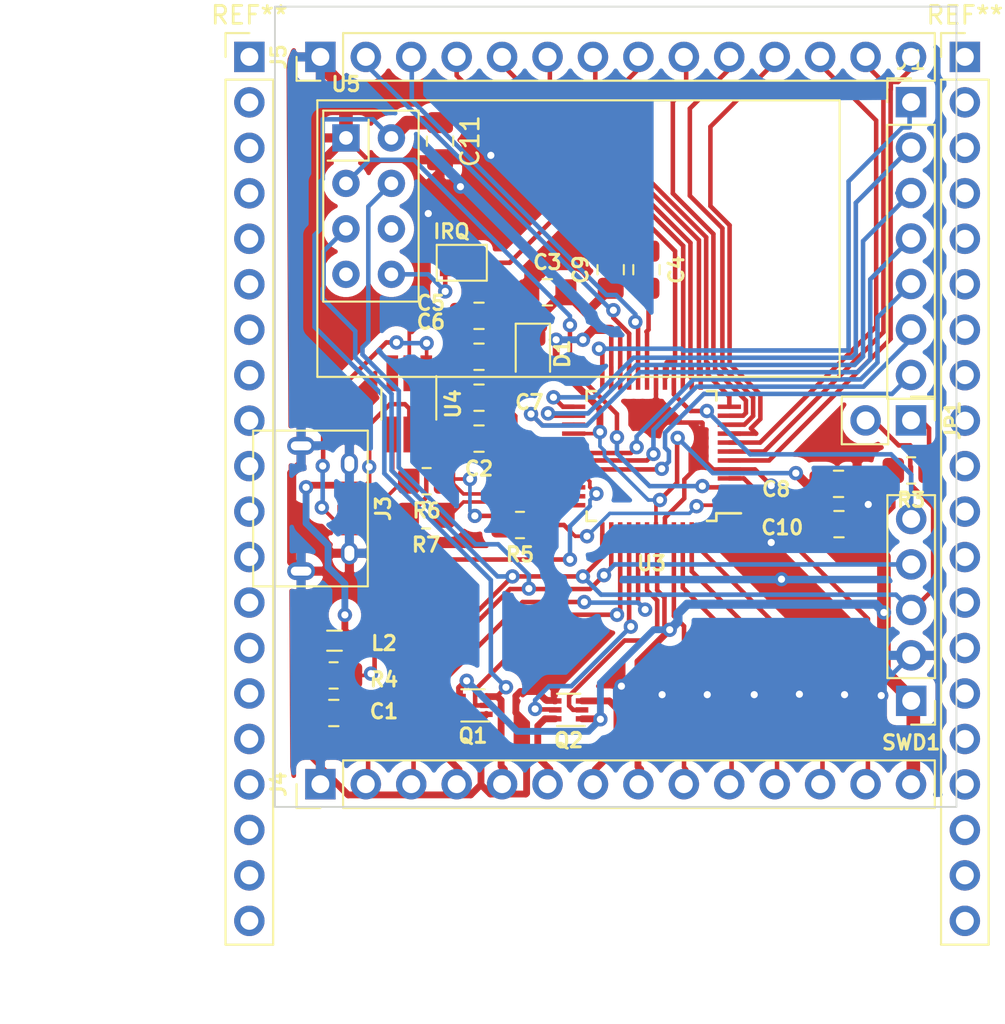
<source format=kicad_pcb>
(kicad_pcb (version 20171130) (host pcbnew 5.1.9+dfsg1-1)
  (layers (0 F.Cu signal) (31 B.Cu signal) (34 B.Paste user) (35 F.Paste user) (36 B.SilkS user) (37 F.SilkS user) (38 B.Mask user) (39 F.Mask user) (44 Edge.Cuts user))
  (net 0 "")
  (net 1 GND)
  (net 2 3.3V)
  (net 3 "Net-(C7-Pad1)")
  (net 4 RESET)
  (net 5 /USB/USB_5V)
  (net 6 /USB/ID)
  (net 7 USB_DMPU)
  (net 8 /USB/D-)
  (net 9 /USB/D+)
  (net 10 OUT_OD1)
  (net 11 "Net-(Q1-Pad2)")
  (net 12 "Net-(Q1-Pad5)")
  (net 13 "Net-(Q2-Pad5)")
  (net 14 "Net-(Q2-Pad2)")
  (net 15 AUX2_3.3V)
  (net 16 OUT_OD2)
  (net 17 USART1_CS)
  (net 18 USART1_SCK)
  (net 19 USART1_CE)
  (net 20 USART1_TX_MOSI)
  (net 21 USART1_RX_MISO)
  (net 22 USART0_CS)
  (net 23 USART0_CLK)
  (net 24 USART0_RX_MISO)
  (net 25 USART0_TX_MOSI)
  (net 26 I2C_SCL)
  (net 27 I2C_SDA)
  (net 28 /USB/DR-)
  (net 29 /USB/DR+)
  (net 30 /USB/VBUS)
  (net 31 USB_5v)
  (net 32 USB_VREGO)
  (net 33 /Prog/I2C_PULLUP)
  (net 34 AUX1_3.3V)
  (net 35 PE13)
  (net 36 PE12)
  (net 37 PE11)
  (net 38 PE10)
  (net 39 PA1)
  (net 40 PB11)
  (net 41 PA10)
  (net 42 PA9)
  (net 43 PA8)
  (net 44 PC4)
  (net 45 PC3)
  (net 46 PC2)
  (net 47 PC10)
  (net 48 PC9)
  (net 49 PC8)
  (net 50 PD4)
  (net 51 PD5)
  (net 52 "Net-(JP2-Pad2)")
  (module Jumper:SolderJumper-2_P1.3mm_Open_TrianglePad1.0x1.5mm (layer F.Cu) (at 21.875 26.5 180)
    (fp_text reference IRQ (at 0.575 1.75) (layer F.SilkS) (effects (font (size 0.8 0.8) (thickness 0.16))))
    (fp_text value Jumper_NO_Small)
    (pad 1 smd custom (at -0.725 0 180) (size 0.3 0.3) (layers F.Cu F.Mask) (net 40 PB11) (options (clearance outline) (anchor rect)) (primitives (gr_poly (pts (xy -0.5 -0.75) (xy 0.5 -0.75) (xy 1 0) (xy 0.5 0.75) (xy -0.5 0.75)) (width 0))))
    (pad 2 smd custom (at 0.725 0 180) (size 0.3 0.3) (layers F.Cu F.Mask) (net 52 "Net-(JP2-Pad2)") (options (clearance outline) (anchor rect)) (primitives (gr_poly (pts (xy -0.65 -0.75) (xy 0.5 -0.75) (xy 0.5 0.75) (xy -0.65 0.75) (xy -0.15 0)) (width 0))))
  )
  (module Connector_PinHeader_2.54mm:PinHeader_1x07_P2.54mm_Vertical (layer F.Cu) (at 46.99 17.526)
    (fp_text reference J1 (at 0 -2.33) (layer F.SilkS))
    (fp_text value Conn_01x06_Male)
    (pad 7 thru_hole oval (at 0 15.24) (size 1.7 1.7) (drill 1) (layers *.Cu *.Mask) (net 47 PC10))
    (pad 6 thru_hole oval (at 0 12.7) (size 1.7 1.7) (drill 1) (layers *.Cu *.Mask) (net 48 PC9))
    (pad 5 thru_hole oval (at 0 10.16) (size 1.7 1.7) (drill 1) (layers *.Cu *.Mask) (net 49 PC8))
    (pad 4 thru_hole oval (at 0 7.62) (size 1.7 1.7) (drill 1) (layers *.Cu *.Mask) (net 20 USART1_TX_MOSI))
    (pad 3 thru_hole oval (at 0 5.08) (size 1.7 1.7) (drill 1) (layers *.Cu *.Mask) (net 21 USART1_RX_MISO))
    (pad 2 thru_hole oval (at 0 2.54) (size 1.7 1.7) (drill 1) (layers *.Cu *.Mask) (net 51 PD5))
    (pad 1 thru_hole rect (at 0 0) (size 1.7 1.7) (drill 1) (layers *.Cu *.Mask) (net 50 PD4))
  )
  (module Connector_PinHeader_2.54mm:PinHeader_1x20_P2.54mm_Vertical (layer F.Cu) (at 50 15)
    (fp_text reference REF** (at 0 -2.33) (layer F.SilkS))
    (fp_text value PinHeader_1x20_P2.54mm_Vertical)
    (pad 1 thru_hole rect (at 0 0) (size 1.7 1.7) (drill 1) (layers *.Cu *.Mask))
    (pad 2 thru_hole oval (at 0 2.54) (size 1.7 1.7) (drill 1) (layers *.Cu *.Mask))
    (pad 3 thru_hole oval (at 0 5.08) (size 1.7 1.7) (drill 1) (layers *.Cu *.Mask))
    (pad 4 thru_hole oval (at 0 7.62) (size 1.7 1.7) (drill 1) (layers *.Cu *.Mask))
    (pad 5 thru_hole oval (at 0 10.16) (size 1.7 1.7) (drill 1) (layers *.Cu *.Mask))
    (pad 6 thru_hole oval (at 0 12.7) (size 1.7 1.7) (drill 1) (layers *.Cu *.Mask))
    (pad 7 thru_hole oval (at 0 15.24) (size 1.7 1.7) (drill 1) (layers *.Cu *.Mask))
    (pad 8 thru_hole oval (at 0 17.78) (size 1.7 1.7) (drill 1) (layers *.Cu *.Mask))
    (pad 9 thru_hole oval (at 0 20.32) (size 1.7 1.7) (drill 1) (layers *.Cu *.Mask))
    (pad 10 thru_hole oval (at 0 22.86) (size 1.7 1.7) (drill 1) (layers *.Cu *.Mask))
    (pad 11 thru_hole oval (at 0 25.4) (size 1.7 1.7) (drill 1) (layers *.Cu *.Mask))
    (pad 12 thru_hole oval (at 0 27.94) (size 1.7 1.7) (drill 1) (layers *.Cu *.Mask))
    (pad 13 thru_hole oval (at 0 30.48) (size 1.7 1.7) (drill 1) (layers *.Cu *.Mask))
    (pad 14 thru_hole oval (at 0 33.02) (size 1.7 1.7) (drill 1) (layers *.Cu *.Mask))
    (pad 15 thru_hole oval (at 0 35.56) (size 1.7 1.7) (drill 1) (layers *.Cu *.Mask))
    (pad 16 thru_hole oval (at 0 38.1) (size 1.7 1.7) (drill 1) (layers *.Cu *.Mask))
    (pad 17 thru_hole oval (at 0 40.64) (size 1.7 1.7) (drill 1) (layers *.Cu *.Mask))
    (pad 18 thru_hole oval (at 0 43.18) (size 1.7 1.7) (drill 1) (layers *.Cu *.Mask))
    (pad 19 thru_hole oval (at 0 45.72) (size 1.7 1.7) (drill 1) (layers *.Cu *.Mask))
    (pad 20 thru_hole oval (at 0 48.26) (size 1.7 1.7) (drill 1) (layers *.Cu *.Mask))
  )
  (module Connector_PinHeader_2.54mm:PinHeader_1x20_P2.54mm_Vertical (layer F.Cu) (at 10 15)
    (fp_text reference REF** (at 0 -2.33) (layer F.SilkS))
    (fp_text value PinHeader_1x20_P2.54mm_Vertical)
    (pad 20 thru_hole oval (at 0 48.26) (size 1.7 1.7) (drill 1) (layers *.Cu *.Mask))
    (pad 19 thru_hole oval (at 0 45.72) (size 1.7 1.7) (drill 1) (layers *.Cu *.Mask))
    (pad 18 thru_hole oval (at 0 43.18) (size 1.7 1.7) (drill 1) (layers *.Cu *.Mask))
    (pad 17 thru_hole oval (at 0 40.64) (size 1.7 1.7) (drill 1) (layers *.Cu *.Mask))
    (pad 16 thru_hole oval (at 0 38.1) (size 1.7 1.7) (drill 1) (layers *.Cu *.Mask))
    (pad 15 thru_hole oval (at 0 35.56) (size 1.7 1.7) (drill 1) (layers *.Cu *.Mask))
    (pad 14 thru_hole oval (at 0 33.02) (size 1.7 1.7) (drill 1) (layers *.Cu *.Mask))
    (pad 13 thru_hole oval (at 0 30.48) (size 1.7 1.7) (drill 1) (layers *.Cu *.Mask))
    (pad 12 thru_hole oval (at 0 27.94) (size 1.7 1.7) (drill 1) (layers *.Cu *.Mask))
    (pad 11 thru_hole oval (at 0 25.4) (size 1.7 1.7) (drill 1) (layers *.Cu *.Mask))
    (pad 10 thru_hole oval (at 0 22.86) (size 1.7 1.7) (drill 1) (layers *.Cu *.Mask))
    (pad 9 thru_hole oval (at 0 20.32) (size 1.7 1.7) (drill 1) (layers *.Cu *.Mask))
    (pad 8 thru_hole oval (at 0 17.78) (size 1.7 1.7) (drill 1) (layers *.Cu *.Mask))
    (pad 7 thru_hole oval (at 0 15.24) (size 1.7 1.7) (drill 1) (layers *.Cu *.Mask))
    (pad 6 thru_hole oval (at 0 12.7) (size 1.7 1.7) (drill 1) (layers *.Cu *.Mask))
    (pad 5 thru_hole oval (at 0 10.16) (size 1.7 1.7) (drill 1) (layers *.Cu *.Mask))
    (pad 4 thru_hole oval (at 0 7.62) (size 1.7 1.7) (drill 1) (layers *.Cu *.Mask))
    (pad 3 thru_hole oval (at 0 5.08) (size 1.7 1.7) (drill 1) (layers *.Cu *.Mask))
    (pad 2 thru_hole oval (at 0 2.54) (size 1.7 1.7) (drill 1) (layers *.Cu *.Mask))
    (pad 1 thru_hole rect (at 0 0) (size 1.7 1.7) (drill 1) (layers *.Cu *.Mask))
  )
  (module Capacitor_SMD:C_0805_2012Metric_Pad1.18x1.45mm_HandSolder (layer F.Cu) (at 20.66 19.71 270)
    (fp_text reference C11 (at 0 -1.68 90) (layer F.SilkS))
    (fp_text value 100n)
    (pad 2 smd roundrect (at 1.0375 0 270) (size 1.175 1.45) (layers F.Cu F.Paste F.Mask) (roundrect_rratio 0.212766) (net 1 GND))
    (pad 1 smd roundrect (at -1.0375 0 270) (size 1.175 1.45) (layers F.Cu F.Paste F.Mask) (roundrect_rratio 0.212766) (net 34 AUX1_3.3V))
  )
  (module Pin_Headers:Pin_Header_Straight_1x05_Pitch2.54mm (layer F.Cu) (at 47 50.97 180)
    (fp_text reference SWD1 (at 0 -2.33 180) (layer F.SilkS) (effects (font (size 0.8 0.8) (thickness 0.17))))
    (fp_text value Conn_01x05)
    (pad 1 thru_hole rect (at 0 0 180) (size 1.7 1.7) (drill 1) (layers *.Cu *.Mask) (net 2 3.3V))
    (pad 2 thru_hole oval (at 0 2.54 180) (size 1.7 1.7) (drill 1) (layers *.Cu *.Mask) (net 1 GND))
    (pad 3 thru_hole oval (at 0 5.08 180) (size 1.7 1.7) (drill 1) (layers *.Cu *.Mask) (net 18 USART1_SCK))
    (pad 4 thru_hole oval (at 0 7.62 180) (size 1.7 1.7) (drill 1) (layers *.Cu *.Mask) (net 17 USART1_CS))
    (pad 5 thru_hole oval (at 0 10.16 180) (size 1.7 1.7) (drill 1) (layers *.Cu *.Mask) (net 4 RESET))
  )
  (module Resistor_SMD:R_0805_2012Metric_Pad1.20x1.40mm_HandSolder (layer F.Cu) (at 19.877 40.606 180)
    (fp_text reference R7 (at 0 -1.65) (layer F.SilkS) (effects (font (size 0.8 0.8) (thickness 0.17))))
    (fp_text value 15)
    (pad 2 smd roundrect (at 1 0 180) (size 1.2 1.4) (layers F.Cu F.Paste F.Mask) (roundrect_rratio 0.208333) (net 29 /USB/DR+))
    (pad 1 smd roundrect (at -1 0 180) (size 1.2 1.4) (layers F.Cu F.Paste F.Mask) (roundrect_rratio 0.208333) (net 9 /USB/D+))
  )
  (module Resistor_SMD:R_0805_2012Metric_Pad1.20x1.40mm_HandSolder (layer F.Cu) (at 19.91 38.701 180)
    (fp_text reference R6 (at 0 -1.65) (layer F.SilkS) (effects (font (size 0.8 0.8) (thickness 0.17))))
    (fp_text value 15)
    (pad 2 smd roundrect (at 1 0 180) (size 1.2 1.4) (layers F.Cu F.Paste F.Mask) (roundrect_rratio 0.208333) (net 28 /USB/DR-))
    (pad 1 smd roundrect (at -1 0 180) (size 1.2 1.4) (layers F.Cu F.Paste F.Mask) (roundrect_rratio 0.208333) (net 8 /USB/D-))
  )
  (module Resistor_SMD:R_0805_2012Metric_Pad1.20x1.40mm_HandSolder (layer F.Cu) (at 25.13 41.148 180)
    (fp_text reference R5 (at 0 -1.65) (layer F.SilkS) (effects (font (size 0.8 0.8) (thickness 0.17))))
    (fp_text value 3.3k)
    (pad 2 smd roundrect (at 1 0 180) (size 1.2 1.4) (layers F.Cu F.Paste F.Mask) (roundrect_rratio 0.208333) (net 8 /USB/D-))
    (pad 1 smd roundrect (at -1 0 180) (size 1.2 1.4) (layers F.Cu F.Paste F.Mask) (roundrect_rratio 0.208333) (net 7 USB_DMPU))
  )
  (module Resistor_SMD:R_0805_2012Metric_Pad1.20x1.40mm_HandSolder (layer F.Cu) (at 14.71 49.55)
    (fp_text reference R4 (at 2.816 0.234) (layer F.SilkS) (effects (font (size 0.8 0.8) (thickness 0.17))))
    (fp_text value 100)
    (pad 2 smd roundrect (at 1 0) (size 1.2 1.4) (layers F.Cu F.Paste F.Mask) (roundrect_rratio 0.208333) (net 31 USB_5v))
    (pad 1 smd roundrect (at -1 0) (size 1.2 1.4) (layers F.Cu F.Paste F.Mask) (roundrect_rratio 0.208333) (net 5 /USB/USB_5V))
  )
  (module Resistor_SMD:R_0805_2012Metric_Pad1.20x1.40mm_HandSolder (layer F.Cu) (at 47 38.1 180)
    (fp_text reference R3 (at 0 -1.65) (layer F.SilkS) (effects (font (size 0.8 0.8) (thickness 0.17))))
    (fp_text value 3.3k)
    (pad 2 smd roundrect (at 1 0 180) (size 1.2 1.4) (layers F.Cu F.Paste F.Mask) (roundrect_rratio 0.208333) (net 2 3.3V))
    (pad 1 smd roundrect (at -1 0 180) (size 1.2 1.4) (layers F.Cu F.Paste F.Mask) (roundrect_rratio 0.208333) (net 33 /Prog/I2C_PULLUP))
  )
  (module Inductor_SMD:L_0805_2012Metric_Pad1.05x1.20mm_HandSolder (layer F.Cu) (at 14.76 47.61 180)
    (fp_text reference L2 (at -2.766 -0.142) (layer F.SilkS) (effects (font (size 0.8 0.8) (thickness 0.17))))
    (fp_text value BLM21PG221)
    (pad 2 smd roundrect (at 1.15 0 180) (size 1.05 1.2) (layers F.Cu F.Paste F.Mask) (roundrect_rratio 0.238095) (net 5 /USB/USB_5V))
    (pad 1 smd roundrect (at -1.15 0 180) (size 1.05 1.2) (layers F.Cu F.Paste F.Mask) (roundrect_rratio 0.238095) (net 30 /USB/VBUS))
  )
  (module Diode_SMD:D_0805_2012Metric (layer F.Cu) (at 25.85 31.5875 270)
    (fp_text reference D1 (at 0 -1.65 90) (layer F.SilkS) (effects (font (size 0.8 0.8) (thickness 0.17))))
    (fp_text value D_Schottky)
    (pad 2 smd roundrect (at 0.9375 0 270) (size 0.975 1.4) (layers F.Cu F.Paste F.Mask) (net 32 USB_VREGO))
    (pad 1 smd roundrect (at -0.9375 0 270) (size 0.975 1.4) (layers F.Cu F.Paste F.Mask) (net 2 3.3V))
  )
  (module Capacitor_SMD:C_0805_2012Metric_Pad1.18x1.45mm_HandSolder (layer F.Cu) (at 42.9625 41.1)
    (fp_text reference C10 (at -3.171 0.188) (layer F.SilkS) (effects (font (size 0.8 0.8) (thickness 0.17))))
    (fp_text value 100n)
    (pad 2 smd roundrect (at 1.0375 0) (size 1.175 1.45) (layers F.Cu F.Paste F.Mask) (roundrect_rratio 0.212766) (net 1 GND))
    (pad 1 smd roundrect (at -1.0375 0) (size 1.175 1.45) (layers F.Cu F.Paste F.Mask) (roundrect_rratio 0.212766) (net 2 3.3V))
  )
  (module Capacitor_SMD:C_0805_2012Metric_Pad1.18x1.45mm_HandSolder (layer F.Cu) (at 30.2 26.8875 90)
    (fp_text reference C9 (at 0 -1.68 90) (layer F.SilkS) (effects (font (size 0.8 0.8) (thickness 0.17))))
    (fp_text value 100n)
    (pad 2 smd roundrect (at 1.0375 0 90) (size 1.175 1.45) (layers F.Cu F.Paste F.Mask) (roundrect_rratio 0.212766) (net 1 GND))
    (pad 1 smd roundrect (at -1.0375 0 90) (size 1.175 1.45) (layers F.Cu F.Paste F.Mask) (roundrect_rratio 0.212766) (net 2 3.3V))
  )
  (module Capacitor_SMD:C_0805_2012Metric_Pad1.18x1.45mm_HandSolder (layer F.Cu) (at 42.9375 38.85)
    (fp_text reference C8 (at -3.4875 0.3) (layer F.SilkS) (effects (font (size 0.8 0.8) (thickness 0.17))))
    (fp_text value 100n)
    (pad 2 smd roundrect (at 1.0375 0) (size 1.175 1.45) (layers F.Cu F.Paste F.Mask) (roundrect_rratio 0.212766) (net 1 GND))
    (pad 1 smd roundrect (at -1.0375 0) (size 1.175 1.45) (layers F.Cu F.Paste F.Mask) (roundrect_rratio 0.212766) (net 2 3.3V))
  )
  (module Capacitor_SMD:C_0805_2012Metric_Pad1.18x1.45mm_HandSolder (layer F.Cu) (at 22.8385 34.036 180)
    (fp_text reference C7 (at -2.8155 -0.254) (layer F.SilkS) (effects (font (size 0.8 0.8) (thickness 0.17))))
    (fp_text value 1u)
    (pad 2 smd roundrect (at 1.0375 0 180) (size 1.175 1.45) (layers F.Cu F.Paste F.Mask) (roundrect_rratio 0.212766) (net 1 GND))
    (pad 1 smd roundrect (at -1.0375 0 180) (size 1.175 1.45) (layers F.Cu F.Paste F.Mask) (roundrect_rratio 0.212766) (net 3 "Net-(C7-Pad1)"))
  )
  (module Capacitor_SMD:C_0805_2012Metric_Pad1.18x1.45mm_HandSolder (layer F.Cu) (at 22.8385 31.75 180)
    (fp_text reference C6 (at 2.6885 1.95) (layer F.SilkS) (effects (font (size 0.8 0.8) (thickness 0.17))))
    (fp_text value 100n)
    (pad 2 smd roundrect (at 1.0375 0 180) (size 1.175 1.45) (layers F.Cu F.Paste F.Mask) (roundrect_rratio 0.212766) (net 1 GND))
    (pad 1 smd roundrect (at -1.0375 0 180) (size 1.175 1.45) (layers F.Cu F.Paste F.Mask) (roundrect_rratio 0.212766) (net 2 3.3V))
  )
  (module Capacitor_SMD:C_0805_2012Metric_Pad1.18x1.45mm_HandSolder (layer F.Cu) (at 22.8385 29.464 180)
    (fp_text reference C5 (at 2.6885 0.714) (layer F.SilkS) (effects (font (size 0.8 0.8) (thickness 0.17))))
    (fp_text value 10u)
    (pad 2 smd roundrect (at 1.0375 0 180) (size 1.175 1.45) (layers F.Cu F.Paste F.Mask) (roundrect_rratio 0.212766) (net 1 GND))
    (pad 1 smd roundrect (at -1.0375 0 180) (size 1.175 1.45) (layers F.Cu F.Paste F.Mask) (roundrect_rratio 0.212766) (net 2 3.3V))
  )
  (module Capacitor_SMD:C_0805_2012Metric_Pad1.18x1.45mm_HandSolder (layer F.Cu) (at 32.2 26.8875 270)
    (fp_text reference C4 (at 0 -1.68 90) (layer F.SilkS) (effects (font (size 0.8 0.8) (thickness 0.17))))
    (fp_text value 10n)
    (pad 2 smd roundrect (at 1.0375 0 270) (size 1.175 1.45) (layers F.Cu F.Paste F.Mask) (roundrect_rratio 0.212766) (net 2 3.3V))
    (pad 1 smd roundrect (at -1.0375 0 270) (size 1.175 1.45) (layers F.Cu F.Paste F.Mask) (roundrect_rratio 0.212766) (net 1 GND))
  )
  (module Capacitor_SMD:C_0805_2012Metric_Pad1.18x1.45mm_HandSolder (layer F.Cu) (at 26.6604 28.1496)
    (fp_text reference C3 (at 0 -1.68) (layer F.SilkS) (effects (font (size 0.8 0.8) (thickness 0.17))))
    (fp_text value 10n)
    (pad 2 smd roundrect (at 1.0375 0) (size 1.175 1.45) (layers F.Cu F.Paste F.Mask) (roundrect_rratio 0.212766) (net 2 3.3V))
    (pad 1 smd roundrect (at -1.0375 0) (size 1.175 1.45) (layers F.Cu F.Paste F.Mask) (roundrect_rratio 0.212766) (net 1 GND))
  )
  (module Capacitor_SMD:C_0805_2012Metric_Pad1.18x1.45mm_HandSolder (layer F.Cu) (at 22.8385 36.322 180)
    (fp_text reference C2 (at 0 -1.68) (layer F.SilkS) (effects (font (size 0.8 0.8) (thickness 0.17))))
    (fp_text value 1u)
    (pad 2 smd roundrect (at 1.0375 0 180) (size 1.175 1.45) (layers F.Cu F.Paste F.Mask) (roundrect_rratio 0.212766) (net 1 GND))
    (pad 1 smd roundrect (at -1.0375 0 180) (size 1.175 1.45) (layers F.Cu F.Paste F.Mask) (roundrect_rratio 0.212766) (net 32 USB_VREGO))
  )
  (module Capacitor_SMD:C_0805_2012Metric_Pad1.18x1.45mm_HandSolder (layer F.Cu) (at 14.72 51.65 180)
    (fp_text reference C1 (at -2.806 0.088) (layer F.SilkS) (effects (font (size 0.8 0.8) (thickness 0.17))))
    (fp_text value 4.7u)
    (pad 2 smd roundrect (at 1.0375 0 180) (size 1.175 1.45) (layers F.Cu F.Paste F.Mask) (roundrect_rratio 0.212766) (net 1 GND))
    (pad 1 smd roundrect (at -1.0375 0 180) (size 1.175 1.45) (layers F.Cu F.Paste F.Mask) (roundrect_rratio 0.212766) (net 31 USB_5v))
  )
  (module RF_Module:nRF24L01_Breakout (layer F.Cu) (at 15.4 19.525)
    (fp_text reference U5 (at 0 -3 180) (layer F.SilkS) (effects (font (size 0.8 0.8) (thickness 0.17))))
    (fp_text value NRF24L01_Breakout)
    (pad 1 thru_hole rect (at 0 0) (size 1.524 1.524) (drill 0.762) (layers *.Cu *.Mask) (net 1 GND))
    (pad 2 thru_hole circle (at 2.54 0) (size 1.524 1.524) (drill 0.762) (layers *.Cu *.Mask) (net 34 AUX1_3.3V))
    (pad 3 thru_hole circle (at 0 2.54) (size 1.524 1.524) (drill 0.762) (layers *.Cu *.Mask) (net 19 USART1_CE))
    (pad 4 thru_hole circle (at 2.54 2.54) (size 1.524 1.524) (drill 0.762) (layers *.Cu *.Mask) (net 17 USART1_CS))
    (pad 5 thru_hole circle (at 0 5.08) (size 1.524 1.524) (drill 0.762) (layers *.Cu *.Mask) (net 18 USART1_SCK))
    (pad 6 thru_hole circle (at 2.54 5.08) (size 1.524 1.524) (drill 0.762) (layers *.Cu *.Mask))
    (pad 7 thru_hole circle (at 0 7.62) (size 1.524 1.524) (drill 0.762) (layers *.Cu *.Mask))
    (pad 8 thru_hole circle (at 2.54 7.62) (size 1.524 1.524) (drill 0.762) (layers *.Cu *.Mask) (net 52 "Net-(JP2-Pad2)"))
  )
  (module 0_eurocad:SOT-563-slim (layer F.Cu) (at 27.85 51.475 180)
    (fp_text reference Q2 (at 0 -1.7 180) (layer F.SilkS) (effects (font (size 0.8 0.8) (thickness 0.17))))
    (fp_text value NTZD3155C)
    (pad 5 smd rect (at 0.75 0 180) (size 0.7 0.3) (layers F.Cu F.Paste F.Mask) (net 13 "Net-(Q2-Pad5)"))
    (pad 4 smd rect (at 0.75 0.5 180) (size 0.7 0.3) (layers F.Cu F.Paste F.Mask) (net 1 GND))
    (pad 2 smd rect (at -0.75 0 180) (size 0.7 0.3) (layers F.Cu F.Paste F.Mask) (net 14 "Net-(Q2-Pad2)"))
    (pad 6 smd rect (at 0.75 -0.5 180) (size 0.7 0.3) (layers F.Cu F.Paste F.Mask) (net 15 AUX2_3.3V))
    (pad 3 smd rect (at -0.75 0.5 180) (size 0.7 0.3) (layers F.Cu F.Paste F.Mask) (net 16 OUT_OD2))
    (pad 1 smd rect (at -0.75 -0.5 180) (size 0.7 0.3) (layers F.Cu F.Paste F.Mask) (net 2 3.3V))
  )
  (module 0_eurocad:SOT-563-slim (layer F.Cu) (at 22.5 51.225 180)
    (fp_text reference Q1 (at 0 -1.7 180) (layer F.SilkS) (effects (font (size 0.8 0.8) (thickness 0.17))))
    (fp_text value NTZD3155C)
    (pad 5 smd rect (at 0.75 0 180) (size 0.7 0.3) (layers F.Cu F.Paste F.Mask) (net 12 "Net-(Q1-Pad5)"))
    (pad 4 smd rect (at 0.75 0.5 180) (size 0.7 0.3) (layers F.Cu F.Paste F.Mask) (net 2 3.3V))
    (pad 2 smd rect (at -0.75 0 180) (size 0.7 0.3) (layers F.Cu F.Paste F.Mask) (net 11 "Net-(Q1-Pad2)"))
    (pad 6 smd rect (at 0.75 -0.5 180) (size 0.7 0.3) (layers F.Cu F.Paste F.Mask) (net 10 OUT_OD1))
    (pad 3 smd rect (at -0.75 0.5 180) (size 0.7 0.3) (layers F.Cu F.Paste F.Mask) (net 34 AUX1_3.3V))
    (pad 1 smd rect (at -0.75 -0.5 180) (size 0.7 0.3) (layers F.Cu F.Paste F.Mask) (net 1 GND))
  )
  (module Housings_QFP:TQFP-48_7x7mm_Pitch0.5mm (layer F.Cu) (at 32.4824 37.2936 180)
    (fp_text reference U3 (at 0 -6) (layer F.SilkS) (effects (font (size 0.8 0.8) (thickness 0.17))))
    (fp_text value EFM32HG322F64G-B-QFP48)
    (pad 48 smd rect (at -2.75 -4.35 270) (size 1.3 0.25) (layers F.Cu F.Paste F.Mask) (net 35 PE13))
    (pad 47 smd rect (at -2.25 -4.35 270) (size 1.3 0.25) (layers F.Cu F.Paste F.Mask) (net 36 PE12))
    (pad 46 smd rect (at -1.75 -4.35 270) (size 1.3 0.25) (layers F.Cu F.Paste F.Mask) (net 37 PE11))
    (pad 45 smd rect (at -1.25 -4.35 270) (size 1.3 0.25) (layers F.Cu F.Paste F.Mask) (net 38 PE10))
    (pad 44 smd rect (at -0.75 -4.35 270) (size 1.3 0.25) (layers F.Cu F.Paste F.Mask) (net 1 GND))
    (pad 43 smd rect (at -0.25 -4.35 270) (size 1.3 0.25) (layers F.Cu F.Paste F.Mask) (net 2 3.3V))
    (pad 42 smd rect (at 0.25 -4.35 270) (size 1.3 0.25) (layers F.Cu F.Paste F.Mask) (net 14 "Net-(Q2-Pad2)"))
    (pad 41 smd rect (at 0.75 -4.35 270) (size 1.3 0.25) (layers F.Cu F.Paste F.Mask) (net 12 "Net-(Q1-Pad5)"))
    (pad 40 smd rect (at 1.25 -4.35 270) (size 1.3 0.25) (layers F.Cu F.Paste F.Mask) (net 13 "Net-(Q2-Pad5)"))
    (pad 39 smd rect (at 1.75 -4.35 270) (size 1.3 0.25) (layers F.Cu F.Paste F.Mask) (net 11 "Net-(Q1-Pad2)"))
    (pad 38 smd rect (at 2.25 -4.35 270) (size 1.3 0.25) (layers F.Cu F.Paste F.Mask) (net 17 USART1_CS))
    (pad 37 smd rect (at 2.75 -4.35 270) (size 1.3 0.25) (layers F.Cu F.Paste F.Mask) (net 18 USART1_SCK))
    (pad 36 smd rect (at 4.35 -2.75 180) (size 1.3 0.25) (layers F.Cu F.Paste F.Mask) (net 9 /USB/D+))
    (pad 35 smd rect (at 4.35 -2.25 180) (size 1.3 0.25) (layers F.Cu F.Paste F.Mask) (net 8 /USB/D-))
    (pad 34 smd rect (at 4.35 -1.75 180) (size 1.3 0.25) (layers F.Cu F.Paste F.Mask) (net 32 USB_VREGO))
    (pad 33 smd rect (at 4.35 -1.25 180) (size 1.3 0.25) (layers F.Cu F.Paste F.Mask) (net 31 USB_5v))
    (pad 32 smd rect (at 4.35 -0.75 180) (size 1.3 0.25) (layers F.Cu F.Paste F.Mask) (net 47 PC10))
    (pad 31 smd rect (at 4.35 -0.25 180) (size 1.3 0.25) (layers F.Cu F.Paste F.Mask) (net 48 PC9))
    (pad 30 smd rect (at 4.35 0.25 180) (size 1.3 0.25) (layers F.Cu F.Paste F.Mask) (net 49 PC8))
    (pad 29 smd rect (at 4.35 0.75 180) (size 1.3 0.25) (layers F.Cu F.Paste F.Mask) (net 3 "Net-(C7-Pad1)"))
    (pad 28 smd rect (at 4.35 1.25 180) (size 1.3 0.25) (layers F.Cu F.Paste F.Mask) (net 2 3.3V))
    (pad 27 smd rect (at 4.35 1.75 180) (size 1.3 0.25) (layers F.Cu F.Paste F.Mask) (net 20 USART1_TX_MOSI))
    (pad 26 smd rect (at 4.35 2.25 180) (size 1.3 0.25) (layers F.Cu F.Paste F.Mask) (net 21 USART1_RX_MISO))
    (pad 25 smd rect (at 4.35 2.75 180) (size 1.3 0.25) (layers F.Cu F.Paste F.Mask) (net 51 PD5))
    (pad 24 smd rect (at 2.75 4.35 270) (size 1.3 0.25) (layers F.Cu F.Paste F.Mask) (net 50 PD4))
    (pad 23 smd rect (at 2.25 4.35 270) (size 1.3 0.25) (layers F.Cu F.Paste F.Mask) (net 2 3.3V))
    (pad 22 smd rect (at 1.75 4.35 270) (size 1.3 0.25) (layers F.Cu F.Paste F.Mask) (net 2 3.3V))
    (pad 21 smd rect (at 1.25 4.35 270) (size 1.3 0.25) (layers F.Cu F.Paste F.Mask) (net 22 USART0_CS))
    (pad 20 smd rect (at 0.75 4.35 270) (size 1.3 0.25) (layers F.Cu F.Paste F.Mask) (net 23 USART0_CLK))
    (pad 19 smd rect (at 0.25 4.35 270) (size 1.3 0.25) (layers F.Cu F.Paste F.Mask) (net 2 3.3V))
    (pad 18 smd rect (at -0.25 4.35 270) (size 1.3 0.25) (layers F.Cu F.Paste F.Mask) (net 1 GND))
    (pad 17 smd rect (at -0.75 4.35 270) (size 1.3 0.25) (layers F.Cu F.Paste F.Mask) (net 40 PB11))
    (pad 16 smd rect (at -1.25 4.35 270) (size 1.3 0.25) (layers F.Cu F.Paste F.Mask) (net 4 RESET))
    (pad 15 smd rect (at -1.75 4.35 270) (size 1.3 0.25) (layers F.Cu F.Paste F.Mask) (net 41 PA10))
    (pad 14 smd rect (at -2.25 4.35 270) (size 1.3 0.25) (layers F.Cu F.Paste F.Mask) (net 42 PA9))
    (pad 13 smd rect (at -2.75 4.35 270) (size 1.3 0.25) (layers F.Cu F.Paste F.Mask) (net 43 PA8))
    (pad 12 smd rect (at -4.35 2.75 180) (size 1.3 0.25) (layers F.Cu F.Paste F.Mask) (net 24 USART0_RX_MISO))
    (pad 11 smd rect (at -4.35 2.25 180) (size 1.3 0.25) (layers F.Cu F.Paste F.Mask) (net 25 USART0_TX_MOSI))
    (pad 10 smd rect (at -4.35 1.75 180) (size 1.3 0.25) (layers F.Cu F.Paste F.Mask) (net 44 PC4))
    (pad 9 smd rect (at -4.35 1.25 180) (size 1.3 0.25) (layers F.Cu F.Paste F.Mask) (net 45 PC3))
    (pad 8 smd rect (at -4.35 0.75 180) (size 1.3 0.25) (layers F.Cu F.Paste F.Mask) (net 46 PC2))
    (pad 7 smd rect (at -4.35 0.25 180) (size 1.3 0.25) (layers F.Cu F.Paste F.Mask) (net 26 I2C_SCL))
    (pad 6 smd rect (at -4.35 -0.25 180) (size 1.3 0.25) (layers F.Cu F.Paste F.Mask) (net 27 I2C_SDA))
    (pad 5 smd rect (at -4.35 -0.75 180) (size 1.3 0.25) (layers F.Cu F.Paste F.Mask) (net 1 GND))
    (pad 4 smd rect (at -4.35 -1.25 180) (size 1.3 0.25) (layers F.Cu F.Paste F.Mask) (net 2 3.3V))
    (pad 3 smd rect (at -4.35 -1.75 180) (size 1.3 0.25) (layers F.Cu F.Paste F.Mask) (net 19 USART1_CE))
    (pad 2 smd rect (at -4.35 -2.25 180) (size 1.3 0.25) (layers F.Cu F.Paste F.Mask) (net 39 PA1))
    (pad 1 smd rect (at -4.35 -2.75 180) (size 1.3 0.25) (layers F.Cu F.Paste F.Mask) (net 7 USB_DMPU))
  )
  (module Connectors:USB_Micro-B (layer F.Cu) (at 14.242 40.225 270)
    (fp_text reference J3 (at 0 -3.24 90) (layer F.SilkS) (effects (font (size 0.8 0.8) (thickness 0.17))))
    (fp_text value USB_B_Micro)
    (pad 1 smd rect (at -1.3 -1.35) (size 1.35 0.4) (layers F.Cu F.Paste F.Mask) (net 30 /USB/VBUS))
    (pad 2 smd rect (at -0.65 -1.35) (size 1.35 0.4) (layers F.Cu F.Paste F.Mask) (net 28 /USB/DR-))
    (pad 3 smd rect (at 0 -1.35) (size 1.35 0.4) (layers F.Cu F.Paste F.Mask) (net 29 /USB/DR+))
    (pad 4 smd rect (at 0.65 -1.35) (size 1.35 0.4) (layers F.Cu F.Paste F.Mask) (net 6 /USB/ID))
    (pad 5 smd rect (at 1.3 -1.35) (size 1.35 0.4) (layers F.Cu F.Paste F.Mask) (net 1 GND))
    (pad 6 thru_hole oval (at -2.5 -1.35) (size 0.95 1.25) (drill oval 0.55 0.85) (layers *.Cu *.Mask) (net 1 GND))
    (pad 6 thru_hole oval (at 2.5 -1.35) (size 0.95 1.25) (drill oval 0.55 0.85) (layers *.Cu *.Mask) (net 1 GND))
    (pad 6 thru_hole oval (at -3.5 1.35) (size 1.55 1) (drill oval 1.15 0.5) (layers *.Cu *.Mask) (net 1 GND))
    (pad 6 thru_hole oval (at 3.5 1.35) (size 1.55 1) (drill oval 1.15 0.5) (layers *.Cu *.Mask) (net 1 GND))
  )
  (module Pin_Headers:Pin_Header_Straight_1x02_Pitch2.54mm (layer F.Cu) (at 46.99 35.306 270)
    (fp_text reference JP1 (at 0 -2.33 270) (layer F.SilkS) (effects (font (size 0.8 0.8) (thickness 0.17))))
    (fp_text value Prog)
    (pad 1 thru_hole rect (at 0 0 270) (size 1.7 1.7) (drill 1) (layers *.Cu *.Mask) (net 33 /Prog/I2C_PULLUP))
    (pad 2 thru_hole oval (at 0 2.54 270) (size 1.7 1.7) (drill 1) (layers *.Cu *.Mask) (net 18 USART1_SCK))
  )
  (module TO_SOT_Packages_SMD:TSOT-23-6_MK06A_HandSoldering (layer F.Cu) (at 18.941 34.383 270)
    (fp_text reference U4 (at 0 -2.45 90) (layer F.SilkS) (effects (font (size 0.8 0.8) (thickness 0.17))))
    (fp_text value IP4220CZ6)
    (pad 1 smd rect (at -1.71 -0.95 270) (size 2 0.65) (layers F.Cu F.Paste F.Mask) (net 6 /USB/ID))
    (pad 2 smd rect (at -1.71 0 270) (size 2 0.65) (layers F.Cu F.Paste F.Mask) (net 1 GND))
    (pad 3 smd rect (at -1.71 0.95 270) (size 2 0.65) (layers F.Cu F.Paste F.Mask))
    (pad 4 smd rect (at 1.71 0.95 270) (size 2 0.65) (layers F.Cu F.Paste F.Mask) (net 28 /USB/DR-))
    (pad 5 smd rect (at 1.71 0 270) (size 2 0.65) (layers F.Cu F.Paste F.Mask) (net 30 /USB/VBUS))
    (pad 6 smd rect (at 1.71 -0.95 270) (size 2 0.65) (layers F.Cu F.Paste F.Mask) (net 29 /USB/DR+))
  )
  (module Connector_PinHeader_2.54mm:PinHeader_1x14_P2.54mm_Vertical (layer F.Cu) (at 13.97 55.626 90)
    (fp_text reference J4 (at 0 -2.33 270) (layer F.SilkS) (effects (font (size 0.8 0.8) (thickness 0.17))))
    (fp_text value Conn_01x14_Male)
    (pad 14 thru_hole oval (at 0 33.02 90) (size 1.7 1.7) (drill 1) (layers *.Cu *.Mask) (net 2 3.3V))
    (pad 13 thru_hole oval (at 0 30.48 90) (size 1.7 1.7) (drill 1) (layers *.Cu *.Mask) (net 39 PA1))
    (pad 12 thru_hole oval (at 0 27.94 90) (size 1.7 1.7) (drill 1) (layers *.Cu *.Mask) (net 35 PE13))
    (pad 11 thru_hole oval (at 0 25.4 90) (size 1.7 1.7) (drill 1) (layers *.Cu *.Mask) (net 36 PE12))
    (pad 10 thru_hole oval (at 0 22.86 90) (size 1.7 1.7) (drill 1) (layers *.Cu *.Mask) (net 37 PE11))
    (pad 9 thru_hole oval (at 0 20.32 90) (size 1.7 1.7) (drill 1) (layers *.Cu *.Mask) (net 38 PE10))
    (pad 8 thru_hole oval (at 0 17.78 90) (size 1.7 1.7) (drill 1) (layers *.Cu *.Mask) (net 2 3.3V))
    (pad 7 thru_hole oval (at 0 15.24 90) (size 1.7 1.7) (drill 1) (layers *.Cu *.Mask) (net 16 OUT_OD2))
    (pad 6 thru_hole oval (at 0 12.7 90) (size 1.7 1.7) (drill 1) (layers *.Cu *.Mask) (net 15 AUX2_3.3V))
    (pad 5 thru_hole oval (at 0 10.16 90) (size 1.7 1.7) (drill 1) (layers *.Cu *.Mask) (net 34 AUX1_3.3V))
    (pad 4 thru_hole oval (at 0 7.62 90) (size 1.7 1.7) (drill 1) (layers *.Cu *.Mask) (net 10 OUT_OD1))
    (pad 3 thru_hole oval (at 0 5.08 90) (size 1.7 1.7) (drill 1) (layers *.Cu *.Mask) (net 17 USART1_CS))
    (pad 2 thru_hole oval (at 0 2.54 90) (size 1.7 1.7) (drill 1) (layers *.Cu *.Mask) (net 18 USART1_SCK))
    (pad 1 thru_hole rect (at 0 0 90) (size 1.7 1.7) (drill 1) (layers *.Cu *.Mask) (net 1 GND))
  )
  (module Connector_PinHeader_2.54mm:PinHeader_1x14_P2.54mm_Vertical (layer F.Cu) (at 13.97 15 90)
    (fp_text reference J5 (at 0 -2.33 270) (layer F.SilkS) (effects (font (size 0.8 0.8) (thickness 0.17))))
    (fp_text value Conn_01x14_Male)
    (pad 1 thru_hole rect (at 0 0 90) (size 1.7 1.7) (drill 1) (layers *.Cu *.Mask) (net 1 GND))
    (pad 2 thru_hole oval (at 0 2.54 90) (size 1.7 1.7) (drill 1) (layers *.Cu *.Mask) (net 22 USART0_CS))
    (pad 3 thru_hole oval (at 0 5.08 90) (size 1.7 1.7) (drill 1) (layers *.Cu *.Mask) (net 23 USART0_CLK))
    (pad 4 thru_hole oval (at 0 7.62 90) (size 1.7 1.7) (drill 1) (layers *.Cu *.Mask) (net 40 PB11))
    (pad 5 thru_hole oval (at 0 10.16 90) (size 1.7 1.7) (drill 1) (layers *.Cu *.Mask) (net 41 PA10))
    (pad 6 thru_hole oval (at 0 12.7 90) (size 1.7 1.7) (drill 1) (layers *.Cu *.Mask) (net 42 PA9))
    (pad 7 thru_hole oval (at 0 15.24 90) (size 1.7 1.7) (drill 1) (layers *.Cu *.Mask) (net 43 PA8))
    (pad 8 thru_hole oval (at 0 17.78 90) (size 1.7 1.7) (drill 1) (layers *.Cu *.Mask) (net 24 USART0_RX_MISO))
    (pad 9 thru_hole oval (at 0 20.32 90) (size 1.7 1.7) (drill 1) (layers *.Cu *.Mask) (net 25 USART0_TX_MOSI))
    (pad 10 thru_hole oval (at 0 22.86 90) (size 1.7 1.7) (drill 1) (layers *.Cu *.Mask) (net 44 PC4))
    (pad 11 thru_hole oval (at 0 25.4 90) (size 1.7 1.7) (drill 1) (layers *.Cu *.Mask) (net 45 PC3))
    (pad 12 thru_hole oval (at 0 27.94 90) (size 1.7 1.7) (drill 1) (layers *.Cu *.Mask) (net 46 PC2))
    (pad 13 thru_hole oval (at 0 30.48 90) (size 1.7 1.7) (drill 1) (layers *.Cu *.Mask) (net 26 I2C_SCL))
    (pad 14 thru_hole oval (at 0 33.02 90) (size 1.7 1.7) (drill 1) (layers *.Cu *.Mask) (net 27 I2C_SDA))
  )
  (gr_poly (pts (xy 49.53 56.896) (xy 11.43 56.896) (xy 11.43 12.192) (xy 49.53 12.192)) (layer Edge.Cuts) (width 0.1))
  (via (at 27 34.01451) (size 0.8) (drill 0.4) (layers F.Cu B.Cu) (net 51))
  (segment (start 28.1324 34.5436) (end 27.52909 34.5436) (width 0.254) (layer F.Cu) (net 51))
  (segment (start 27.52909 34.5436) (end 27 34.01451) (width 0.254) (layer F.Cu) (net 51))
  (segment (start 44.58 46.3872) (end 44.58 54.8) (width 0.254) (layer F.Cu) (net 39))
  (segment (start 37.7364 39.5436) (end 44.58 46.3872) (width 0.254) (layer F.Cu) (net 39))
  (segment (start 36.8324 39.5436) (end 37.7364 39.5436) (width 0.254) (layer F.Cu) (net 39))
  (segment (start 32.2084 27.9356) (end 32.2284 27.9156) (width 0.762) (layer F.Cu) (net 2))
  (segment (start 32.2284 28.0406) (end 32.2284 27.9156) (width 0.25) (layer F.Cu) (net 2))
  (segment (start 35.9324 38.0436) (end 35.4796 37.5908) (width 0.25) (layer F.Cu) (net 1))
  (segment (start 36.8324 38.0436) (end 35.9324 38.0436) (width 0.25) (layer F.Cu) (net 1))
  (segment (start 15.592 41.525) (end 15.592 42.725) (width 0.25) (layer F.Cu) (net 1))
  (segment (start 15.592 42.725) (end 15.592 43.708) (width 0.25) (layer F.Cu) (net 1))
  (segment (start 15.592 43.708) (end 12.5 46.8) (width 0.25) (layer F.Cu) (net 1))
  (segment (start 12.5 53.2) (end 14.1 54.8) (width 0.25) (layer F.Cu) (net 1))
  (segment (start 12.5 46.8) (end 12.5 53.2) (width 0.25) (layer F.Cu) (net 1))
  (segment (start 12.892 46.408) (end 12.5 46.8) (width 0.25) (layer F.Cu) (net 1))
  (segment (start 12.892 43.725) (end 12.892 46.408) (width 0.25) (layer F.Cu) (net 1))
  (segment (start 21.801 36.322) (end 21.801 34.036) (width 0.508) (layer F.Cu) (net 1))
  (segment (start 21.801 34.036) (end 21.801 31.75) (width 0.508) (layer F.Cu) (net 1))
  (segment (start 21.801 31.75) (end 21.801 29.464) (width 0.508) (layer F.Cu) (net 1))
  (segment (start 21.801 29.464) (end 21.801 29.253) (width 0.508) (layer F.Cu) (net 1))
  (segment (start 22.9044 28.1496) (end 25.6229 28.1496) (width 0.508) (layer F.Cu) (net 1))
  (segment (start 21.801 29.253) (end 22.9044 28.1496) (width 0.508) (layer F.Cu) (net 1))
  (segment (start 25.6229 28.1496) (end 25.6229 27.7171) (width 0.508) (layer F.Cu) (net 1))
  (segment (start 32.2084 28.1481) (end 32.2284 28.1281) (width 0.508) (layer F.Cu) (net 2))
  (segment (start 18.941 32.673) (end 18.941 30.209) (width 0.2032) (layer F.Cu) (net 1))
  (segment (start 18.941 30.209) (end 19.686 29.464) (width 0.2032) (layer F.Cu) (net 1))
  (segment (start 23.25 51.725) (end 22.95 52.025) (width 0.381) (layer F.Cu) (net 1))
  (segment (start 22.95 52.025) (end 22.95 55.65) (width 0.381) (layer F.Cu) (net 1))
  (segment (start 22.95 55.65) (end 22.375 56.225) (width 0.381) (layer F.Cu) (net 1))
  (segment (start 15.525 56.225) (end 14.1 54.8) (width 0.381) (layer F.Cu) (net 1))
  (segment (start 22.375 56.225) (end 15.525 56.225) (width 0.381) (layer F.Cu) (net 1))
  (segment (start 25.5 52.225) (end 24.9 51.625) (width 0.381) (layer F.Cu) (net 1))
  (segment (start 25.5 56.125) (end 25.5 52.225) (width 0.381) (layer F.Cu) (net 1))
  (segment (start 24.9 50.7) (end 25.15 50.45) (width 0.381) (layer F.Cu) (net 1))
  (segment (start 25.45 56.175) (end 25.5 56.125) (width 0.381) (layer F.Cu) (net 1))
  (segment (start 24.9 51.625) (end 24.9 50.7) (width 0.381) (layer F.Cu) (net 1))
  (segment (start 23.475 56.175) (end 25.45 56.175) (width 0.381) (layer F.Cu) (net 1))
  (segment (start 22.95 55.65) (end 23.475 56.175) (width 0.381) (layer F.Cu) (net 1))
  (segment (start 27.05 50.95) (end 26.625 50.95) (width 0.381) (layer F.Cu) (net 1))
  (segment (start 27.075 50.975) (end 27.05 50.95) (width 0.381) (layer F.Cu) (net 1))
  (segment (start 27.1 50.975) (end 27.075 50.975) (width 0.381) (layer F.Cu) (net 1))
  (segment (start 26.095942 50.45) (end 25.15 50.45) (width 0.381) (layer F.Cu) (net 1))
  (segment (start 26.545942 50.9) (end 26.095942 50.45) (width 0.381) (layer F.Cu) (net 1))
  (segment (start 26.575 50.9) (end 26.545942 50.9) (width 0.381) (layer F.Cu) (net 1))
  (segment (start 26.625 50.95) (end 26.575 50.9) (width 0.381) (layer F.Cu) (net 1))
  (segment (start 35.3342 37.5908) (end 35.4796 37.5908) (width 0.25) (layer F.Cu) (net 1))
  (segment (start 19.686 29.464) (end 19.986 29.464) (width 0.2032) (layer F.Cu) (net 1))
  (segment (start 19.986 29.464) (end 21.801 29.464) (width 0.2032) (layer F.Cu) (net 1))
  (segment (start 19.986 22.136) (end 18.65 20.8) (width 0.254) (layer F.Cu) (net 1))
  (segment (start 16.675 20.8) (end 15.4 19.525) (width 0.254) (layer F.Cu) (net 1))
  (segment (start 18.65 20.8) (end 16.675 20.8) (width 0.254) (layer F.Cu) (net 1))
  (via (at 45.325 50.675) (size 0.8) (drill 0.4) (layers F.Cu B.Cu) (net 1))
  (segment (start 45.325 50.105) (end 45.325 50.675) (width 0.254) (layer B.Cu) (net 1))
  (segment (start 47 48.43) (end 45.325 50.105) (width 0.254) (layer B.Cu) (net 1))
  (via (at 43.275 50.625) (size 0.8) (drill 0.4) (layers F.Cu B.Cu) (net 1))
  (segment (start 43.325 50.675) (end 43.275 50.625) (width 0.254) (layer B.Cu) (net 1))
  (segment (start 45.325 50.675) (end 43.325 50.675) (width 0.254) (layer B.Cu) (net 1))
  (via (at 40.75 50.6) (size 0.8) (drill 0.4) (layers F.Cu B.Cu) (net 1))
  (segment (start 40.775 50.625) (end 40.75 50.6) (width 0.254) (layer B.Cu) (net 1))
  (segment (start 43.275 50.625) (end 40.775 50.625) (width 0.254) (layer B.Cu) (net 1))
  (segment (start 38.25 50.6) (end 38.225 50.625) (width 0.254) (layer B.Cu) (net 1))
  (via (at 38.225 50.625) (size 0.8) (drill 0.4) (layers F.Cu B.Cu) (net 1))
  (segment (start 40.75 50.6) (end 38.25 50.6) (width 0.254) (layer B.Cu) (net 1))
  (via (at 35.6 50.625) (size 0.8) (drill 0.4) (layers F.Cu B.Cu) (net 1))
  (segment (start 38.225 50.625) (end 35.6 50.625) (width 0.254) (layer B.Cu) (net 1))
  (via (at 33.075 50.625) (size 0.8) (drill 0.4) (layers F.Cu B.Cu) (net 1))
  (segment (start 35.6 50.625) (end 33.075 50.625) (width 0.254) (layer B.Cu) (net 1))
  (via (at 30.8 50.15) (size 0.8) (drill 0.4) (layers F.Cu B.Cu) (net 1))
  (segment (start 31.275 50.625) (end 30.8 50.15) (width 0.254) (layer B.Cu) (net 1))
  (segment (start 33.075 50.625) (end 31.275 50.625) (width 0.254) (layer B.Cu) (net 1))
  (via (at 39.75 44.175) (size 0.8) (drill 0.4) (layers F.Cu B.Cu) (net 1))
  (segment (start 43.275 47.7) (end 39.75 44.175) (width 0.254) (layer F.Cu) (net 1))
  (segment (start 43.275 50.625) (end 43.275 47.7) (width 0.254) (layer F.Cu) (net 1))
  (via (at 39.175 42.125) (size 0.8) (drill 0.4) (layers F.Cu B.Cu) (net 1))
  (segment (start 39.75 42.7) (end 39.175 42.125) (width 0.254) (layer F.Cu) (net 1))
  (segment (start 39.75 44.175) (end 39.75 42.7) (width 0.254) (layer F.Cu) (net 1))
  (segment (start 43.875 39.2785) (end 43.9085 39.312) (width 0.508) (layer F.Cu) (net 1))
  (segment (start 35.3342 35.4592) (end 35.3 35.425) (width 0.254) (layer F.Cu) (net 1))
  (segment (start 35.3342 37.5908) (end 35.3342 35.4592) (width 0.254) (layer F.Cu) (net 1))
  (segment (start 32.7324 33.8436) (end 32.7324 32.9436) (width 0.25) (layer F.Cu) (net 1))
  (segment (start 32.7324 35.1574) (end 32.7324 33.8436) (width 0.25) (layer F.Cu) (net 1))
  (segment (start 33 35.425) (end 32.7324 35.1574) (width 0.25) (layer F.Cu) (net 1))
  (segment (start 35.3 35.425) (end 33 35.425) (width 0.25) (layer F.Cu) (net 1))
  (segment (start 43.775 39.4455) (end 43.9085 39.312) (width 0.254) (layer F.Cu) (net 1))
  (segment (start 15.4 16.85) (end 14.1 15.55) (width 0.762) (layer F.Cu) (net 1))
  (segment (start 15.4 19.525) (end 15.4 16.85) (width 0.762) (layer F.Cu) (net 1))
  (segment (start 38.2686 38.0436) (end 39.175 38.95) (width 0.254) (layer F.Cu) (net 1))
  (segment (start 36.8324 38.0436) (end 38.2686 38.0436) (width 0.254) (layer F.Cu) (net 1))
  (segment (start 39.175 42.125) (end 39.175 38.95) (width 0.254) (layer B.Cu) (net 1))
  (via (at 39.175 38.95) (size 0.8) (drill 0.4) (layers F.Cu B.Cu) (net 1))
  (segment (start 12.365999 43.198999) (end 12.892 43.725) (width 0.508) (layer F.Cu) (net 1))
  (segment (start 12.365999 38.259001) (end 12.365999 43.198999) (width 0.508) (layer F.Cu) (net 1))
  (segment (start 12.892 37.733) (end 12.365999 38.259001) (width 0.508) (layer F.Cu) (net 1))
  (segment (start 12.892 36.725) (end 12.892 37.733) (width 0.508) (layer F.Cu) (net 1))
  (segment (start 12.892 22.033) (end 15.4 19.525) (width 0.508) (layer F.Cu) (net 1))
  (segment (start 12.892 36.725) (end 12.892 22.033) (width 0.508) (layer F.Cu) (net 1))
  (segment (start 20.66 21.462) (end 19.986 22.136) (width 0.508) (layer F.Cu) (net 1))
  (segment (start 20.66 20.7475) (end 20.66 21.462) (width 0.508) (layer F.Cu) (net 1))
  (segment (start 43.13 40.62) (end 44.41 40.62) (width 0.254) (layer B.Cu) (net 1))
  (segment (start 41.625 42.125) (end 43.13 40.62) (width 0.254) (layer B.Cu) (net 1))
  (segment (start 39.175 42.125) (end 41.625 42.125) (width 0.254) (layer B.Cu) (net 1))
  (via (at 44.6 40) (size 0.8) (drill 0.4) (layers F.Cu B.Cu) (net 1))
  (segment (start 43.9085 39.9785) (end 44.52 40.59) (width 0.254) (layer F.Cu) (net 1))
  (segment (start 43.9085 39.312) (end 43.9085 39.9785) (width 0.254) (layer F.Cu) (net 1))
  (segment (start 34.315406 39.660594) (end 34.315406 38.609594) (width 0.25) (layer F.Cu) (net 1))
  (segment (start 34.315406 38.609594) (end 35.3342 37.5908) (width 0.25) (layer F.Cu) (net 1))
  (segment (start 33.2324 41.6436) (end 33.2324 40.7436) (width 0.25) (layer F.Cu) (net 1))
  (segment (start 33.2324 40.7436) (end 34.315406 39.660594) (width 0.25) (layer F.Cu) (net 1))
  (segment (start 25.6229 28.1496) (end 25.6229 27.6271) (width 0.762) (layer F.Cu) (net 1))
  (segment (start 27.4 25.85) (end 30.2 25.85) (width 0.762) (layer F.Cu) (net 1))
  (segment (start 25.6229 27.6271) (end 27.4 25.85) (width 0.762) (layer F.Cu) (net 1))
  (segment (start 30.2 25.85) (end 32.2 25.85) (width 0.762) (layer F.Cu) (net 1))
  (via (at 20.002 23.75) (size 0.8) (drill 0.4) (layers F.Cu B.Cu) (net 1))
  (segment (start 19.986 23.734) (end 20.002 23.75) (width 0.254) (layer F.Cu) (net 1))
  (segment (start 19.986 29.464) (end 19.986 23.714) (width 0.254) (layer F.Cu) (net 1))
  (segment (start 19.986 23.714) (end 19.986 23.734) (width 0.254) (layer F.Cu) (net 1))
  (segment (start 19.986 23.714) (end 19.986 22.136) (width 0.254) (layer F.Cu) (net 1))
  (via (at 21.8 22.25) (size 0.8) (drill 0.4) (layers F.Cu B.Cu) (net 1))
  (segment (start 20.66 21.11) (end 21.8 22.25) (width 0.254) (layer F.Cu) (net 1))
  (segment (start 20.66 20.7475) (end 20.66 21.11) (width 0.254) (layer F.Cu) (net 1))
  (via (at 23.5 20.5) (size 0.8) (drill 0.4) (layers F.Cu B.Cu) (net 1))
  (segment (start 21.8 22.2) (end 23.5 20.5) (width 0.254) (layer F.Cu) (net 1))
  (segment (start 21.8 22.25) (end 21.8 22.2) (width 0.254) (layer F.Cu) (net 1))
  (segment (start 32.2284 33.0896) (end 32.2324 33.0936) (width 0.25) (layer F.Cu) (net 2))
  (segment (start 41.5394 39.3936) (end 41.621 39.312) (width 0.25) (layer F.Cu) (net 2))
  (segment (start 23.876 29.464) (end 23.876 31.75) (width 0.508) (layer F.Cu) (net 2))
  (segment (start 23.876 29.464) (end 26.3835 29.464) (width 0.508) (layer F.Cu) (net 2))
  (segment (start 32.2284 32.9396) (end 32.2324 32.9436) (width 0.2032) (layer F.Cu) (net 2))
  (segment (start 30.2324 30.2591) (end 30.1964 30.2231) (width 0.2032) (layer F.Cu) (net 2))
  (segment (start 41.7519 39.3936) (end 41.8335 39.312) (width 0.2032) (layer F.Cu) (net 2))
  (segment (start 30.25 32.9612) (end 30.2324 32.9436) (width 0.2032) (layer F.Cu) (net 2))
  (via (at 29.6 35.95) (size 0.8) (drill 0.4) (layers F.Cu B.Cu) (net 2))
  (segment (start 29.5064 36.0436) (end 29.6 35.95) (width 0.2032) (layer F.Cu) (net 2))
  (segment (start 28.1324 36.0436) (end 29.5064 36.0436) (width 0.2032) (layer F.Cu) (net 2))
  (via (at 32.95 39.75) (size 0.8) (drill 0.4) (layers F.Cu B.Cu) (net 2))
  (segment (start 32.7324 39.9676) (end 32.95 39.75) (width 0.2032) (layer F.Cu) (net 2))
  (segment (start 32.7324 41.6436) (end 32.7324 39.9676) (width 0.2032) (layer F.Cu) (net 2))
  (segment (start 32.8 44.792768) (end 33.206011 45.198779) (width 0.254) (layer F.Cu) (net 2))
  (segment (start 33.206011 45.198779) (end 33.20601 46.987447) (width 0.254) (layer F.Cu) (net 2))
  (segment (start 32.8 41.65) (end 32.8 44.792768) (width 0.254) (layer F.Cu) (net 2))
  (segment (start 32.7936 41.6436) (end 32.8 41.65) (width 0.254) (layer F.Cu) (net 2))
  (segment (start 32.7324 41.6436) (end 32.7936 41.6436) (width 0.254) (layer F.Cu) (net 2))
  (via (at 29.625 52) (size 0.8) (drill 0.4) (layers F.Cu B.Cu) (net 2))
  (segment (start 29.6 51.975) (end 29.625 52) (width 0.381) (layer F.Cu) (net 2))
  (segment (start 28.6 51.975) (end 29.6 51.975) (width 0.381) (layer F.Cu) (net 2))
  (via (at 33.5 47) (size 0.8) (drill 0.4) (layers F.Cu B.Cu) (net 2))
  (via (at 22.15 49.85) (size 0.8) (drill 0.4) (layers F.Cu B.Cu) (net 2))
  (segment (start 21.75 50.25) (end 22.15 49.85) (width 0.381) (layer F.Cu) (net 2))
  (segment (start 21.75 50.725) (end 21.75 50.25) (width 0.381) (layer F.Cu) (net 2))
  (segment (start 22.15 49.85) (end 24.975 52.675) (width 0.381) (layer B.Cu) (net 2))
  (segment (start 28.95 52.675) (end 29.625 52) (width 0.381) (layer B.Cu) (net 2))
  (segment (start 24.975 52.675) (end 28.95 52.675) (width 0.381) (layer B.Cu) (net 2))
  (segment (start 32.6 47) (end 33.5 47) (width 0.381) (layer B.Cu) (net 2))
  (segment (start 29.625 49.975) (end 32.6 47) (width 0.381) (layer B.Cu) (net 2))
  (segment (start 29.625 52) (end 29.625 49.975) (width 0.381) (layer B.Cu) (net 2))
  (segment (start 33.5 47) (end 31.725 48.775) (width 0.381) (layer F.Cu) (net 2))
  (segment (start 31.725 54.645) (end 31.88 54.8) (width 0.381) (layer F.Cu) (net 2))
  (segment (start 31.725 52.1) (end 31.725 54.645) (width 0.381) (layer F.Cu) (net 2))
  (segment (start 31.725 48.775) (end 31.725 52.1) (width 0.381) (layer F.Cu) (net 2))
  (segment (start 31.725 52.1) (end 31.725 52.35) (width 0.381) (layer F.Cu) (net 2))
  (segment (start 47 50.97) (end 46.295 50.97) (width 0.254) (layer F.Cu) (net 2))
  (segment (start 36.8324 38.5436) (end 37.6436 38.5436) (width 0.254) (layer F.Cu) (net 2))
  (segment (start 38.727001 39.627001) (end 38.727001 39.647001) (width 0.254) (layer F.Cu) (net 2))
  (segment (start 37.6436 38.5436) (end 38.727001 39.627001) (width 0.254) (layer F.Cu) (net 2))
  (segment (start 41.498499 39.647001) (end 41.8335 39.312) (width 0.254) (layer F.Cu) (net 2))
  (segment (start 38.727001 39.647001) (end 41.498499 39.647001) (width 0.254) (layer F.Cu) (net 2))
  (via (at 45.475 46.035) (size 0.8) (drill 0.4) (layers F.Cu B.Cu) (net 2))
  (segment (start 47 50.97) (end 47 50.71) (width 0.508) (layer F.Cu) (net 2))
  (segment (start 47.12 51.09) (end 47 50.97) (width 0.762) (layer F.Cu) (net 2))
  (segment (start 47.12 54.8) (end 47.12 51.09) (width 0.762) (layer F.Cu) (net 2))
  (segment (start 47 50.97) (end 47 50.88) (width 0.762) (layer F.Cu) (net 2))
  (segment (start 45.475 49.355) (end 45.475 46.035) (width 0.762) (layer F.Cu) (net 2))
  (segment (start 47 50.88) (end 45.475 49.355) (width 0.762) (layer F.Cu) (net 2))
  (segment (start 45.011011 45.571011) (end 45.475 46.035) (width 0.508) (layer B.Cu) (net 2))
  (segment (start 34.478989 45.571011) (end 45.011011 45.571011) (width 0.508) (layer B.Cu) (net 2))
  (segment (start 33.96 46.54) (end 33.96 46.09) (width 0.508) (layer B.Cu) (net 2))
  (segment (start 33.96 46.09) (end 34.478989 45.571011) (width 0.508) (layer B.Cu) (net 2))
  (segment (start 33.5 47) (end 33.96 46.54) (width 0.508) (layer B.Cu) (net 2))
  (segment (start 45.475 46.035) (end 45.475 42.9535) (width 0.762) (layer F.Cu) (net 2))
  (segment (start 46 40.142038) (end 45.475 40.667038) (width 0.254) (layer F.Cu) (net 2))
  (segment (start 45.475 40.667038) (end 45.475 42.9535) (width 0.254) (layer F.Cu) (net 2))
  (segment (start 46 37.94) (end 46 40.142038) (width 0.254) (layer F.Cu) (net 2))
  (segment (start 32.3 39.75) (end 32.95 39.75) (width 0.2032) (layer B.Cu) (net 2))
  (segment (start 29.85 37.3) (end 32.3 39.75) (width 0.2032) (layer B.Cu) (net 2))
  (segment (start 29.85 37) (end 29.85 37.3) (width 0.2032) (layer B.Cu) (net 2))
  (segment (start 29.6 36.75) (end 29.85 37) (width 0.2032) (layer B.Cu) (net 2))
  (segment (start 29.6 35.95) (end 29.6 36.75) (width 0.2032) (layer B.Cu) (net 2))
  (via (at 33.945027 36.278827) (size 0.8) (drill 0.4) (layers F.Cu B.Cu) (net 2))
  (segment (start 33.913395 38.786605) (end 33.913395 36.310459) (width 0.254) (layer F.Cu) (net 2))
  (segment (start 32.95 39.75) (end 33.913395 38.786605) (width 0.254) (layer F.Cu) (net 2))
  (segment (start 33.913395 36.310459) (end 33.945027 36.278827) (width 0.254) (layer F.Cu) (net 2))
  (segment (start 26.3835 29.376578) (end 27.610478 28.1496) (width 0.508) (layer F.Cu) (net 2))
  (segment (start 27.610478 28.1496) (end 27.6979 28.1496) (width 0.508) (layer F.Cu) (net 2))
  (segment (start 26.3835 29.464) (end 26.3835 29.376578) (width 0.508) (layer F.Cu) (net 2))
  (segment (start 29.7714 30.2231) (end 30.1964 30.2231) (width 0.508) (layer F.Cu) (net 2))
  (segment (start 27.15 32.211158) (end 27.15 30.8) (width 0.381) (layer F.Cu) (net 2))
  (segment (start 29.6 34.661158) (end 27.15 32.211158) (width 0.381) (layer F.Cu) (net 2))
  (via (at 27.15 30.8) (size 0.8) (drill 0.4) (layers F.Cu B.Cu) (net 2))
  (segment (start 29.6 35.95) (end 29.6 34.661158) (width 0.381) (layer F.Cu) (net 2))
  (segment (start 27.15 30.8) (end 28.65 30.8) (width 0.381) (layer B.Cu) (net 2))
  (via (at 28.65 30.8) (size 0.8) (drill 0.4) (layers F.Cu B.Cu) (net 2))
  (segment (start 29.2269 30.2231) (end 28.65 30.8) (width 0.508) (layer F.Cu) (net 2))
  (segment (start 30.1964 30.2231) (end 29.2269 30.2231) (width 0.508) (layer F.Cu) (net 2))
  (segment (start 28.84915 29.27585) (end 30.2 27.925) (width 0.508) (layer F.Cu) (net 2))
  (segment (start 28.82415 29.27585) (end 28.84915 29.27585) (width 0.508) (layer F.Cu) (net 2))
  (segment (start 27.6979 28.1496) (end 28.82415 29.27585) (width 0.508) (layer F.Cu) (net 2))
  (segment (start 28.82415 29.27585) (end 29.7714 30.2231) (width 0.508) (layer F.Cu) (net 2))
  (segment (start 41.8335 41.7335) (end 41.8335 39.312) (width 0.762) (layer F.Cu) (net 2))
  (segment (start 43.0535 42.9535) (end 41.8335 41.7335) (width 0.762) (layer F.Cu) (net 2))
  (segment (start 45.475 42.9535) (end 43.0535 42.9535) (width 0.762) (layer F.Cu) (net 2))
  (via (at 40.549998 38.25) (size 0.8) (drill 0.4) (layers F.Cu B.Cu) (net 2))
  (segment (start 41.149998 38.85) (end 40.549998 38.25) (width 0.508) (layer F.Cu) (net 2))
  (segment (start 41.9 38.85) (end 41.149998 38.85) (width 0.508) (layer F.Cu) (net 2))
  (segment (start 33.945027 36.278827) (end 35.9162 38.25) (width 0.254) (layer B.Cu) (net 2))
  (segment (start 35.9162 38.25) (end 40.549998 38.25) (width 0.254) (layer B.Cu) (net 2))
  (segment (start 30.2324 30.2591) (end 30.2324 32.9436) (width 0.254) (layer F.Cu) (net 2))
  (segment (start 30.7324 30.5824) (end 30.7324 32.9436) (width 0.254) (layer F.Cu) (net 2))
  (segment (start 30.4091 30.2591) (end 30.7324 30.5824) (width 0.254) (layer F.Cu) (net 2))
  (segment (start 30.2324 30.2591) (end 30.4091 30.2591) (width 0.254) (layer F.Cu) (net 2))
  (segment (start 26.3835 30.1165) (end 25.85 30.65) (width 0.508) (layer F.Cu) (net 2))
  (segment (start 26.3835 29.464) (end 26.3835 30.1165) (width 0.508) (layer F.Cu) (net 2))
  (segment (start 32.3176 28.0426) (end 32.2 27.925) (width 0.254) (layer F.Cu) (net 2))
  (segment (start 32.3176 30.2324) (end 32.3176 28.0426) (width 0.254) (layer F.Cu) (net 2))
  (segment (start 32.2324 30.3824) (end 32.2 30.35) (width 0.254) (layer F.Cu) (net 2))
  (segment (start 32.2 30.35) (end 32.3176 30.2324) (width 0.254) (layer F.Cu) (net 2))
  (segment (start 32.2324 32.9436) (end 32.2324 30.3824) (width 0.254) (layer F.Cu) (net 2))
  (segment (start 28.1324 36.5436) (end 25.3676 36.5436) (width 0.2032) (layer F.Cu) (net 3))
  (segment (start 25.3676 36.5436) (end 24.892 36.068) (width 0.2032) (layer F.Cu) (net 3))
  (segment (start 24.892 35.052) (end 23.876 34.036) (width 0.2032) (layer F.Cu) (net 3))
  (segment (start 24.892 36.068) (end 24.892 35.052) (width 0.2032) (layer F.Cu) (net 3))
  (segment (start 33.7324 32.9436) (end 33.7324 33.8476) (width 0.254) (layer F.Cu) (net 4))
  (segment (start 33.7324 33.8476) (end 34.663519 34.778719) (width 0.254) (layer F.Cu) (net 4))
  (segment (start 34.663519 34.778719) (end 35.578719 34.778719) (width 0.254) (layer F.Cu) (net 4))
  (via (at 35.578719 34.778719) (size 0.8) (drill 0.4) (layers F.Cu B.Cu) (net 4))
  (segment (start 38 37.2) (end 35.578719 34.778719) (width 0.254) (layer B.Cu) (net 4))
  (segment (start 47 38.325) (end 45.875 37.2) (width 0.254) (layer B.Cu) (net 4))
  (segment (start 45.875 37.2) (end 38 37.2) (width 0.254) (layer B.Cu) (net 4))
  (segment (start 47 40.81) (end 47 38.325) (width 0.254) (layer B.Cu) (net 4))
  (segment (start 13.61 49.45) (end 13.71 49.55) (width 0.381) (layer F.Cu) (net 5))
  (segment (start 13.61 47.61) (end 13.61 49.45) (width 0.381) (layer F.Cu) (net 5))
  (via (at 16.7 37.900008) (size 0.8) (drill 0.4) (layers F.Cu B.Cu) (net 30))
  (segment (start 16.7 35.563998) (end 16.7 37.900008) (width 0.25) (layer F.Cu) (net 30))
  (segment (start 17.863998 34.4) (end 16.7 35.563998) (width 0.25) (layer F.Cu) (net 30))
  (segment (start 16.9 38.100008) (end 16.7 37.900008) (width 0.25) (layer B.Cu) (net 30))
  (segment (start 18.941 36.093) (end 18.941 34.641) (width 0.25) (layer F.Cu) (net 30))
  (segment (start 18.941 34.641) (end 18.7 34.4) (width 0.25) (layer F.Cu) (net 30))
  (segment (start 16.7 38.742) (end 16.7 37.900008) (width 0.25) (layer F.Cu) (net 30))
  (segment (start 18.7 34.4) (end 17.863998 34.4) (width 0.25) (layer F.Cu) (net 30))
  (segment (start 15.592 38.925) (end 16.517 38.925) (width 0.25) (layer F.Cu) (net 30))
  (segment (start 16.517 38.925) (end 16.7 38.742) (width 0.25) (layer F.Cu) (net 30))
  (via (at 15.34 46.17) (size 0.8) (drill 0.4) (layers F.Cu B.Cu) (net 30))
  (segment (start 15.432 46.262) (end 15.34 46.17) (width 0.2032) (layer F.Cu) (net 30))
  (via (at 13.17 39.04) (size 0.8) (drill 0.4) (layers F.Cu B.Cu) (net 30))
  (segment (start 15.704 39.463) (end 15.592 39.575) (width 0.2032) (layer F.Cu) (net 28))
  (segment (start 17.991 38.132) (end 18.56 38.701) (width 0.25) (layer F.Cu) (net 28))
  (segment (start 17.991 36.093) (end 17.991 38.132) (width 0.25) (layer F.Cu) (net 28))
  (segment (start 19.891 36.093) (end 19.891 39.609) (width 0.25) (layer F.Cu) (net 29))
  (segment (start 18.894 40.606) (end 18.527 40.606) (width 0.25) (layer F.Cu) (net 29))
  (segment (start 19.891 39.609) (end 18.894 40.606) (width 0.25) (layer F.Cu) (net 29))
  (via (at 14.05 40.17) (size 0.8) (drill 0.4) (layers F.Cu B.Cu) (net 6))
  (segment (start 14.755 40.875) (end 14.05 40.17) (width 0.2032) (layer F.Cu) (net 6))
  (segment (start 15.592 40.875) (end 14.755 40.875) (width 0.2032) (layer F.Cu) (net 6))
  (via (at 19.91 30.99) (size 0.8) (drill 0.4) (layers F.Cu B.Cu) (net 6))
  (segment (start 19.91 32.654) (end 19.891 32.673) (width 0.2032) (layer F.Cu) (net 6))
  (segment (start 19.91 30.99) (end 19.91 32.654) (width 0.2032) (layer F.Cu) (net 6))
  (via (at 18.225 30.95) (size 0.8) (drill 0.4) (layers F.Cu B.Cu) (net 6))
  (segment (start 18.265 30.99) (end 18.225 30.95) (width 0.254) (layer B.Cu) (net 6))
  (segment (start 19.91 30.99) (end 18.265 30.99) (width 0.254) (layer B.Cu) (net 6))
  (segment (start 17.659315 30.95) (end 14.125 34.484315) (width 0.254) (layer F.Cu) (net 6))
  (segment (start 18.225 30.95) (end 17.659315 30.95) (width 0.254) (layer F.Cu) (net 6))
  (segment (start 14.125 34.484315) (end 14.125 37.083038) (width 0.254) (layer F.Cu) (net 6))
  (via (at 14.1 37.85) (size 0.8) (drill 0.4) (layers F.Cu B.Cu) (net 6))
  (segment (start 14.125 37.825) (end 14.1 37.85) (width 0.254) (layer F.Cu) (net 6))
  (segment (start 14.125 37.083038) (end 14.125 37.825) (width 0.254) (layer F.Cu) (net 6))
  (segment (start 14.1 40.12) (end 14.05 40.17) (width 0.254) (layer B.Cu) (net 6))
  (segment (start 14.1 37.85) (end 14.1 40.12) (width 0.254) (layer B.Cu) (net 6))
  (via (at 35 40.1) (size 0.8) (drill 0.4) (layers F.Cu B.Cu) (net 7))
  (segment (start 35.0564 40.0436) (end 35 40.1) (width 0.2032) (layer F.Cu) (net 7))
  (segment (start 36.8324 40.0436) (end 35.0564 40.0436) (width 0.2032) (layer F.Cu) (net 7))
  (segment (start 27.95 41.51) (end 28.215 41.775) (width 0.2032) (layer F.Cu) (net 7))
  (segment (start 28.215 41.775) (end 28.875 41.775) (width 0.2032) (layer F.Cu) (net 7))
  (via (at 28.875 41.775) (size 0.8) (drill 0.4) (layers F.Cu B.Cu) (net 7))
  (segment (start 30.15 40.5) (end 28.875 41.775) (width 0.2032) (layer B.Cu) (net 7))
  (segment (start 34.6 40.5) (end 30.15 40.5) (width 0.2032) (layer B.Cu) (net 7))
  (segment (start 35 40.1) (end 34.6 40.5) (width 0.2032) (layer B.Cu) (net 7))
  (segment (start 27.588 41.148) (end 27.95 41.51) (width 0.254) (layer F.Cu) (net 7))
  (segment (start 26.13 41.148) (end 27.588 41.148) (width 0.254) (layer F.Cu) (net 7))
  (segment (start 21.271 38.69) (end 21.26 38.701) (width 0.2032) (layer F.Cu) (net 8))
  (segment (start 21.809 39.25) (end 21.26 38.701) (width 0.18) (layer F.Cu) (net 8))
  (segment (start 21.971 39.412) (end 26.614125 39.412) (width 0.2) (layer F.Cu) (net 8))
  (segment (start 21.26 38.701) (end 21.971 39.412) (width 0.2) (layer F.Cu) (net 8))
  (segment (start 27.157399 39.5436) (end 28.1324 39.5436) (width 0.2) (layer F.Cu) (net 8))
  (segment (start 27.132399 39.5686) (end 27.157399 39.5436) (width 0.2) (layer F.Cu) (net 8))
  (segment (start 26.770725 39.5686) (end 27.132399 39.5686) (width 0.2) (layer F.Cu) (net 8))
  (segment (start 26.614125 39.412) (end 26.770725 39.5686) (width 0.2) (layer F.Cu) (net 8))
  (via (at 22.33 38.58) (size 0.8) (drill 0.4) (layers F.Cu B.Cu) (net 8))
  (segment (start 21.381 38.58) (end 21.26 38.701) (width 0.2032) (layer F.Cu) (net 8))
  (segment (start 22.33 38.58) (end 21.381 38.58) (width 0.2032) (layer F.Cu) (net 8))
  (via (at 22.606 40.64) (size 0.8) (drill 0.4) (layers F.Cu B.Cu) (net 8))
  (segment (start 22.33 38.58) (end 22.33 40.364) (width 0.2032) (layer B.Cu) (net 8))
  (segment (start 22.33 40.364) (end 22.606 40.64) (width 0.2032) (layer B.Cu) (net 8))
  (segment (start 23.622 40.64) (end 24.13 41.148) (width 0.254) (layer F.Cu) (net 8))
  (segment (start 22.606 40.64) (end 23.622 40.64) (width 0.254) (layer F.Cu) (net 8))
  (segment (start 27.6074 40.0436) (end 28.1324 40.0436) (width 0.2032) (layer F.Cu) (net 9))
  (segment (start 21.7894 40.0436) (end 21.227 40.606) (width 0.18) (layer F.Cu) (net 9))
  (segment (start 21.971 39.862) (end 26.427725 39.862) (width 0.2) (layer F.Cu) (net 9))
  (segment (start 21.227 40.606) (end 21.971 39.862) (width 0.2) (layer F.Cu) (net 9))
  (segment (start 27.157399 40.0436) (end 28.1324 40.0436) (width 0.2) (layer F.Cu) (net 9))
  (segment (start 27.132399 40.0186) (end 27.157399 40.0436) (width 0.2) (layer F.Cu) (net 9))
  (segment (start 26.584325 40.0186) (end 27.132399 40.0186) (width 0.2) (layer F.Cu) (net 9))
  (segment (start 26.427725 39.862) (end 26.584325 40.0186) (width 0.2) (layer F.Cu) (net 9))
  (segment (start 21.75 51.725) (end 21.125 51.725) (width 0.381) (layer F.Cu) (net 10))
  (segment (start 21.125 51.725) (end 20.85 52) (width 0.381) (layer F.Cu) (net 10))
  (segment (start 20.85 53.93) (end 21.72 54.8) (width 0.381) (layer F.Cu) (net 10))
  (segment (start 20.85 52) (end 20.85 53.93) (width 0.381) (layer F.Cu) (net 10))
  (via (at 30.55539 46.161338) (size 0.8) (drill 0.4) (layers F.Cu B.Cu) (net 11))
  (segment (start 22.622999 51.201999) (end 22.622999 50.353399) (width 0.254) (layer F.Cu) (net 11))
  (segment (start 23.25 51.225) (end 22.646 51.225) (width 0.254) (layer F.Cu) (net 11))
  (segment (start 22.646 51.225) (end 22.622999 51.201999) (width 0.254) (layer F.Cu) (net 11))
  (segment (start 22.622999 50.353399) (end 26.81506 46.161338) (width 0.254) (layer F.Cu) (net 11))
  (segment (start 30.7324 41.6436) (end 30.7324 45.984328) (width 0.254) (layer F.Cu) (net 11))
  (segment (start 26.81506 46.161338) (end 30.55539 46.161338) (width 0.254) (layer F.Cu) (net 11))
  (segment (start 30.7324 45.984328) (end 30.55539 46.161338) (width 0.254) (layer F.Cu) (net 11))
  (segment (start 21.75 51.225) (end 20.725 51.225) (width 0.254) (layer F.Cu) (net 12))
  (segment (start 20.725 51.209353) (end 20.662413 51.146766) (width 0.254) (layer F.Cu) (net 12))
  (segment (start 20.725 51.225) (end 20.725 51.209353) (width 0.254) (layer F.Cu) (net 12))
  (via (at 32.125 45.875) (size 0.8) (drill 0.4) (layers F.Cu B.Cu) (net 12))
  (segment (start 31.7324 45.4824) (end 31.7324 41.6436) (width 0.254) (layer F.Cu) (net 12))
  (segment (start 32.125 45.875) (end 31.7324 45.4824) (width 0.254) (layer F.Cu) (net 12))
  (segment (start 31.734337 45.484337) (end 32.125 45.875) (width 0.254) (layer B.Cu) (net 12))
  (via (at 28.725 45.45) (size 0.8) (drill 0.4) (layers F.Cu B.Cu) (net 12))
  (segment (start 28.759337 45.484337) (end 28.725 45.45) (width 0.254) (layer B.Cu) (net 12))
  (segment (start 31.734337 45.484337) (end 28.759337 45.484337) (width 0.254) (layer B.Cu) (net 12))
  (segment (start 25.275 45.45) (end 28.725 45.45) (width 0.254) (layer F.Cu) (net 12))
  (segment (start 20.725 50) (end 25.275 45.45) (width 0.254) (layer F.Cu) (net 12))
  (segment (start 20.725 51.225) (end 20.725 50) (width 0.254) (layer F.Cu) (net 12))
  (segment (start 31.2324 41.6436) (end 31.2324 46.415063) (width 0.254) (layer F.Cu) (net 13))
  (via (at 31.325 46.825) (size 0.8) (drill 0.4) (layers F.Cu B.Cu) (net 13))
  (segment (start 31.2324 46.7324) (end 31.325 46.825) (width 0.254) (layer F.Cu) (net 13))
  (segment (start 31.2324 46.415063) (end 31.2324 46.7324) (width 0.254) (layer F.Cu) (net 13))
  (segment (start 31.325 46.825) (end 28 50.15) (width 0.254) (layer B.Cu) (net 13))
  (segment (start 28 50.15) (end 26.75 50.15) (width 0.254) (layer B.Cu) (net 13))
  (via (at 25.975 51.425) (size 0.8) (drill 0.4) (layers F.Cu B.Cu) (net 13))
  (segment (start 25.975 50.925) (end 25.975 51.425) (width 0.254) (layer B.Cu) (net 13))
  (segment (start 26.75 50.15) (end 25.975 50.925) (width 0.254) (layer B.Cu) (net 13))
  (segment (start 27.075 51.45) (end 27.1 51.475) (width 0.254) (layer F.Cu) (net 13))
  (segment (start 26 51.45) (end 27.075 51.45) (width 0.254) (layer F.Cu) (net 13))
  (segment (start 25.975 51.425) (end 26 51.45) (width 0.254) (layer F.Cu) (net 13))
  (segment (start 32.022101 47.6) (end 32.802001 46.8201) (width 0.254) (layer F.Cu) (net 14))
  (segment (start 32.802001 46.8201) (end 32.802001 45.366125) (width 0.254) (layer F.Cu) (net 14))
  (segment (start 30.976398 47.6) (end 32.022101 47.6) (width 0.254) (layer F.Cu) (net 14))
  (segment (start 27.875 50.701398) (end 30.976398 47.6) (width 0.254) (layer F.Cu) (net 14))
  (segment (start 27.875 51.248602) (end 27.875 50.701398) (width 0.254) (layer F.Cu) (net 14))
  (segment (start 28.101398 51.475) (end 27.875 51.248602) (width 0.254) (layer F.Cu) (net 14))
  (segment (start 32.2324 44.796524) (end 32.2324 41.6436) (width 0.254) (layer F.Cu) (net 14))
  (segment (start 32.802001 45.366125) (end 32.2324 44.796524) (width 0.254) (layer F.Cu) (net 14))
  (segment (start 28.6 51.475) (end 28.101398 51.475) (width 0.254) (layer F.Cu) (net 14))
  (segment (start 26.520942 51.975) (end 26.125 52.370942) (width 0.381) (layer F.Cu) (net 15))
  (segment (start 27.1 51.975) (end 26.520942 51.975) (width 0.381) (layer F.Cu) (net 15))
  (segment (start 26.125 54.125) (end 26.8 54.8) (width 0.381) (layer F.Cu) (net 15))
  (segment (start 26.125 52.370942) (end 26.125 54.125) (width 0.381) (layer F.Cu) (net 15))
  (segment (start 28.6 50.975) (end 30.125 50.975) (width 0.381) (layer F.Cu) (net 16))
  (segment (start 30.125 50.975) (end 30.55 51.4) (width 0.381) (layer F.Cu) (net 16))
  (segment (start 30.55 53.59) (end 29.34 54.8) (width 0.381) (layer F.Cu) (net 16))
  (segment (start 30.55 51.4) (end 30.55 53.59) (width 0.381) (layer F.Cu) (net 16))
  (segment (start 30.425 43.35) (end 29.825 43.95) (width 0.254) (layer B.Cu) (net 17))
  (segment (start 47 43.35) (end 30.425 43.35) (width 0.254) (layer B.Cu) (net 17))
  (segment (start 30.2324 41.6436) (end 30.2324 43.5426) (width 0.254) (layer F.Cu) (net 17))
  (segment (start 30.2324 43.5426) (end 29.825 43.95) (width 0.254) (layer F.Cu) (net 17))
  (via (at 29.825 43.95) (size 0.8) (drill 0.4) (layers F.Cu B.Cu) (net 17))
  (segment (start 19.18 50.12) (end 24.575 44.725) (width 0.254) (layer F.Cu) (net 17))
  (segment (start 29.05 44.725) (end 29.825 43.95) (width 0.254) (layer F.Cu) (net 17))
  (segment (start 19.18 54.8) (end 19.18 50.12) (width 0.254) (layer F.Cu) (net 17))
  (via (at 25.625 44.7) (size 0.8) (drill 0.4) (layers F.Cu B.Cu) (net 17))
  (segment (start 25.65 44.725) (end 25.625 44.7) (width 0.254) (layer F.Cu) (net 17))
  (segment (start 24.575 44.725) (end 25.65 44.725) (width 0.254) (layer F.Cu) (net 17))
  (segment (start 25.65 44.725) (end 29.05 44.725) (width 0.254) (layer F.Cu) (net 17))
  (segment (start 16.65 23.355) (end 17.94 22.065) (width 0.254) (layer B.Cu) (net 17))
  (segment (start 16.325 31.225) (end 16.65 30.9) (width 0.254) (layer B.Cu) (net 17))
  (segment (start 16.325 31.625) (end 16.325 31.225) (width 0.254) (layer B.Cu) (net 17))
  (segment (start 18.354011 37.932655) (end 18.354011 33.654011) (width 0.254) (layer B.Cu) (net 17))
  (segment (start 22.646356 42.225) (end 18.354011 37.932655) (width 0.254) (layer B.Cu) (net 17))
  (segment (start 18.354011 33.654011) (end 16.325 31.625) (width 0.254) (layer B.Cu) (net 17))
  (segment (start 23.913043 42.225) (end 22.646356 42.225) (width 0.254) (layer B.Cu) (net 17))
  (segment (start 16.65 30.9) (end 16.65 23.355) (width 0.254) (layer B.Cu) (net 17))
  (segment (start 25.625 43.936957) (end 23.913043 42.225) (width 0.254) (layer B.Cu) (net 17))
  (segment (start 25.625 44.7) (end 25.625 43.936957) (width 0.254) (layer B.Cu) (net 17))
  (segment (start 47 45.89) (end 46.150001 45.040001) (width 0.254) (layer B.Cu) (net 18))
  (segment (start 29.665001 45.040001) (end 28.646281 44.021281) (width 0.254) (layer B.Cu) (net 18))
  (segment (start 46.150001 45.040001) (end 29.665001 45.040001) (width 0.254) (layer B.Cu) (net 18))
  (via (at 28.646281 44.021281) (size 0.8) (drill 0.4) (layers F.Cu B.Cu) (net 18))
  (segment (start 16.64 54.8) (end 16.64 52.088643) (width 0.254) (layer F.Cu) (net 18))
  (segment (start 16.64 52.088643) (end 24.707362 44.021281) (width 0.254) (layer F.Cu) (net 18))
  (segment (start 24.707362 44.021281) (end 28.646281 44.021281) (width 0.254) (layer F.Cu) (net 18))
  (segment (start 24.707362 44.021281) (end 24.696281 44.021281) (width 0.254) (layer F.Cu) (net 18))
  (segment (start 29.73439 42.933172) (end 28.646281 44.021281) (width 0.254) (layer F.Cu) (net 18))
  (segment (start 29.7324 41.6436) (end 29.73439 41.64559) (width 0.254) (layer F.Cu) (net 18))
  (segment (start 29.73439 41.64559) (end 29.73439 42.933172) (width 0.254) (layer F.Cu) (net 18))
  (via (at 24.707362 44.021281) (size 0.8) (drill 0.4) (layers F.Cu B.Cu) (net 18))
  (segment (start 44.86 35.26) (end 44.86 35.15) (width 0.254) (layer F.Cu) (net 18))
  (segment (start 46.3 36.7) (end 44.86 35.26) (width 0.254) (layer F.Cu) (net 18))
  (segment (start 46.95 36.7) (end 46.3 36.7) (width 0.254) (layer F.Cu) (net 18))
  (segment (start 46.95 37.87) (end 46.95 36.7) (width 0.254) (layer F.Cu) (net 18))
  (segment (start 46.99 38.91) (end 46.99 37.91) (width 0.254) (layer F.Cu) (net 18))
  (segment (start 48.225 44.75) (end 48.225 40.145) (width 0.254) (layer F.Cu) (net 18))
  (segment (start 48.225 40.145) (end 46.99 38.91) (width 0.254) (layer F.Cu) (net 18))
  (segment (start 47.085 45.89) (end 48.225 44.75) (width 0.254) (layer F.Cu) (net 18))
  (segment (start 46.99 37.91) (end 46.95 37.87) (width 0.254) (layer F.Cu) (net 18))
  (segment (start 47 45.89) (end 47.085 45.89) (width 0.254) (layer F.Cu) (net 18))
  (segment (start 14.15 25.855) (end 15.4 24.605) (width 0.254) (layer B.Cu) (net 18))
  (segment (start 14.15 27.9) (end 14.15 25.855) (width 0.254) (layer B.Cu) (net 18))
  (segment (start 14.1 27.95) (end 14.15 27.9) (width 0.254) (layer B.Cu) (net 18))
  (segment (start 15.920991 31.792347) (end 15.920991 30.320991) (width 0.254) (layer B.Cu) (net 18))
  (segment (start 17.95 33.821356) (end 15.920991 31.792347) (width 0.254) (layer B.Cu) (net 18))
  (segment (start 17.95 38.1) (end 17.95 33.821356) (width 0.254) (layer B.Cu) (net 18))
  (segment (start 23.871281 44.021281) (end 17.95 38.1) (width 0.254) (layer B.Cu) (net 18))
  (segment (start 14.1 28.5) (end 14.1 27.95) (width 0.254) (layer B.Cu) (net 18))
  (segment (start 15.920991 30.320991) (end 14.1 28.5) (width 0.254) (layer B.Cu) (net 18))
  (segment (start 24.707362 44.021281) (end 23.871281 44.021281) (width 0.254) (layer B.Cu) (net 18))
  (via (at 35.325 38.975) (size 0.8) (drill 0.4) (layers F.Cu B.Cu) (net 19))
  (segment (start 35.3936 39.0436) (end 35.325 38.975) (width 0.254) (layer F.Cu) (net 19))
  (segment (start 36.8324 39.0436) (end 35.3936 39.0436) (width 0.254) (layer F.Cu) (net 19))
  (segment (start 30.55 37.15) (end 30.55 36.25) (width 0.254) (layer B.Cu) (net 19))
  (segment (start 32.375 38.975) (end 30.55 37.15) (width 0.254) (layer B.Cu) (net 19))
  (segment (start 35.325 38.975) (end 32.375 38.975) (width 0.254) (layer B.Cu) (net 19))
  (via (at 30.55 36.25) (size 0.8) (drill 0.4) (layers F.Cu B.Cu) (net 19))
  (via (at 27.922743 29.979226) (size 0.8) (drill 0.4) (layers F.Cu B.Cu) (net 19))
  (segment (start 27.922743 32.322743) (end 27.922743 29.979226) (width 0.254) (layer F.Cu) (net 19))
  (segment (start 30.55 34.95) (end 27.922743 32.322743) (width 0.254) (layer F.Cu) (net 19))
  (segment (start 30.55 36.25) (end 30.55 34.95) (width 0.254) (layer F.Cu) (net 19))
  (segment (start 27.922743 29.472743) (end 27.922743 29.979226) (width 0.254) (layer B.Cu) (net 19))
  (segment (start 19.2 20.75) (end 27.922743 29.472743) (width 0.254) (layer B.Cu) (net 19))
  (segment (start 16.715 20.75) (end 19.2 20.75) (width 0.254) (layer B.Cu) (net 19))
  (segment (start 15.4 22.065) (end 16.715 20.75) (width 0.254) (layer B.Cu) (net 19))
  (segment (start 28.084713 35.591287) (end 26.386956 35.591287) (width 0.254) (layer F.Cu) (net 20))
  (segment (start 28.1324 35.5436) (end 28.084713 35.591287) (width 0.254) (layer F.Cu) (net 20))
  (via (at 25.745826 34.950157) (size 0.8) (drill 0.4) (layers F.Cu B.Cu) (net 20))
  (segment (start 26.386956 35.591287) (end 25.745826 34.950157) (width 0.254) (layer F.Cu) (net 20))
  (segment (start 26.386955 35.591286) (end 28.858714 35.591286) (width 0.254) (layer B.Cu) (net 20))
  (segment (start 44.002038 32.612033) (end 44.712033 31.902038) (width 0.254) (layer B.Cu) (net 20))
  (segment (start 28.858714 35.591286) (end 31.837967 32.612033) (width 0.254) (layer B.Cu) (net 20))
  (segment (start 31.837967 32.612033) (end 44.002038 32.612033) (width 0.254) (layer B.Cu) (net 20))
  (segment (start 25.745826 34.950157) (end 26.386955 35.591286) (width 0.254) (layer B.Cu) (net 20))
  (segment (start 44.712033 27.423967) (end 47.275678 24.860322) (width 0.254) (layer B.Cu) (net 20))
  (segment (start 44.712033 31.902038) (end 44.712033 27.423967) (width 0.254) (layer B.Cu) (net 20))
  (segment (start 37.759401 34.196999) (end 36.038412 32.47601) (width 0.254) (layer F.Cu) (net 25))
  (segment (start 36.038412 32.47601) (end 36.038412 31.904653) (width 0.254) (layer F.Cu) (net 25))
  (segment (start 36.038412 31.904653) (end 35.942419 31.80866) (width 0.254) (layer F.Cu) (net 25))
  (segment (start 36.8324 35.0436) (end 37.605999 35.0436) (width 0.254) (layer F.Cu) (net 25))
  (segment (start 37.605999 35.0436) (end 37.759401 34.890201) (width 0.254) (layer F.Cu) (net 25))
  (segment (start 37.759401 34.890201) (end 37.759401 34.196999) (width 0.254) (layer F.Cu) (net 25))
  (segment (start 38.779438 37.0436) (end 45.445989 30.377049) (width 0.254) (layer F.Cu) (net 26))
  (segment (start 45.445989 16.415989) (end 44.58 15.55) (width 0.254) (layer F.Cu) (net 26))
  (segment (start 45.445989 30.377049) (end 45.445989 16.415989) (width 0.254) (layer F.Cu) (net 26))
  (segment (start 36.8324 37.0436) (end 38.779438 37.0436) (width 0.254) (layer F.Cu) (net 26))
  (segment (start 46.271001 16.398999) (end 47.12 15.55) (width 0.254) (layer F.Cu) (net 27))
  (segment (start 45.918399 16.398999) (end 46.271001 16.398999) (width 0.254) (layer F.Cu) (net 27))
  (segment (start 45.862999 16.454399) (end 45.918399 16.398999) (width 0.254) (layer F.Cu) (net 27))
  (segment (start 45.862999 16.807001) (end 45.862999 16.454399) (width 0.254) (layer F.Cu) (net 27))
  (segment (start 39.0564 37.5436) (end 45.85 30.75) (width 0.254) (layer F.Cu) (net 27))
  (segment (start 36.8324 37.5436) (end 39.0564 37.5436) (width 0.254) (layer F.Cu) (net 27))
  (segment (start 45.85 30.75) (end 45.85 16.82) (width 0.254) (layer F.Cu) (net 27))
  (segment (start 45.85 16.82) (end 45.862999 16.807001) (width 0.254) (layer F.Cu) (net 27))
  (segment (start 15.772586 39.575) (end 15.592 39.575) (width 0.2) (layer F.Cu) (net 28))
  (segment (start 16.267002 39.575) (end 15.772586 39.575) (width 0.2) (layer F.Cu) (net 28))
  (segment (start 16.848002 40.156) (end 16.267002 39.575) (width 0.2) (layer F.Cu) (net 28))
  (segment (start 18.56 38.701) (end 17.105 40.156) (width 0.2) (layer F.Cu) (net 28))
  (segment (start 17.105 40.156) (end 16.848002 40.156) (width 0.2) (layer F.Cu) (net 28))
  (segment (start 15.605603 40.225) (end 15.592 40.225) (width 0.2) (layer F.Cu) (net 29))
  (segment (start 16.648002 40.606) (end 16.267002 40.225) (width 0.2) (layer F.Cu) (net 29))
  (segment (start 16.267002 40.225) (end 15.605603 40.225) (width 0.2) (layer F.Cu) (net 29))
  (segment (start 18.527 40.606) (end 16.648002 40.606) (width 0.2) (layer F.Cu) (net 29))
  (segment (start 15.34 47.04) (end 15.91 47.61) (width 0.381) (layer F.Cu) (net 30))
  (segment (start 15.34 46.17) (end 15.34 47.04) (width 0.381) (layer F.Cu) (net 30))
  (segment (start 15.34 46.17) (end 15.34 44.44) (width 0.381) (layer B.Cu) (net 30))
  (segment (start 15.34 44.44) (end 14.4 43.5) (width 0.381) (layer B.Cu) (net 30))
  (segment (start 14.4 43.5) (end 14.4 42.275) (width 0.381) (layer B.Cu) (net 30))
  (segment (start 13.17 41.045) (end 13.17 39.04) (width 0.381) (layer B.Cu) (net 30))
  (segment (start 14.4 42.275) (end 13.17 41.045) (width 0.381) (layer B.Cu) (net 30))
  (segment (start 13.285 38.925) (end 13.17 39.04) (width 0.381) (layer F.Cu) (net 30))
  (segment (start 15.592 38.925) (end 13.285 38.925) (width 0.381) (layer F.Cu) (net 30))
  (via (at 16.8 49.45) (size 0.8) (drill 0.4) (layers F.Cu B.Cu) (net 31))
  (segment (start 16.7 49.55) (end 16.8 49.45) (width 0.2032) (layer F.Cu) (net 31))
  (segment (start 15.71 49.55) (end 16.7 49.55) (width 0.2032) (layer F.Cu) (net 31))
  (via (at 29.4 39.4) (size 0.8) (drill 0.4) (layers F.Cu B.Cu) (net 31))
  (segment (start 29.040486 39.759514) (end 29.4 39.4) (width 0.2032) (layer B.Cu) (net 31))
  (segment (start 29.040486 40.1) (end 29.040486 39.759514) (width 0.2032) (layer B.Cu) (net 31))
  (segment (start 28.860282 38.5436) (end 28.1324 38.5436) (width 0.2032) (layer F.Cu) (net 31))
  (segment (start 29.034001 38.717319) (end 28.860282 38.5436) (width 0.2032) (layer F.Cu) (net 31))
  (segment (start 29.034001 39.034001) (end 29.034001 38.717319) (width 0.2032) (layer F.Cu) (net 31))
  (segment (start 29.4 39.4) (end 29.034001 39.034001) (width 0.2032) (layer F.Cu) (net 31))
  (via (at 27.925 43.075) (size 0.8) (drill 0.4) (layers F.Cu B.Cu) (net 31))
  (segment (start 27.925 41.215486) (end 27.925 43.075) (width 0.254) (layer B.Cu) (net 31))
  (segment (start 29.040486 40.1) (end 27.925 41.215486) (width 0.254) (layer B.Cu) (net 31))
  (segment (start 17 49.25) (end 16.8 49.45) (width 0.254) (layer F.Cu) (net 31))
  (segment (start 17 46.725) (end 17 49.25) (width 0.254) (layer F.Cu) (net 31))
  (segment (start 20.65 43.075) (end 17 46.725) (width 0.254) (layer F.Cu) (net 31))
  (segment (start 27.925 43.075) (end 20.65 43.075) (width 0.254) (layer F.Cu) (net 31))
  (segment (start 15.71 51.6025) (end 15.7575 51.65) (width 0.381) (layer F.Cu) (net 31))
  (segment (start 15.71 49.55) (end 15.71 51.6025) (width 0.381) (layer F.Cu) (net 31))
  (segment (start 28.1324 39.0436) (end 24.0576 39.0436) (width 0.2032) (layer F.Cu) (net 32))
  (segment (start 23.876 38.862) (end 23.876 36.322) (width 0.2032) (layer F.Cu) (net 32))
  (segment (start 24.0576 39.0436) (end 23.876 38.862) (width 0.2032) (layer F.Cu) (net 32))
  (segment (start 25.475 32.9) (end 25.85 32.525) (width 0.2032) (layer F.Cu) (net 32))
  (segment (start 23.2 32.9) (end 25.475 32.9) (width 0.2032) (layer F.Cu) (net 32))
  (segment (start 22.8 33.3) (end 23.2 32.9) (width 0.2032) (layer F.Cu) (net 32))
  (segment (start 22.8 35.7) (end 22.8 33.3) (width 0.2032) (layer F.Cu) (net 32))
  (segment (start 23.422 36.322) (end 22.8 35.7) (width 0.2032) (layer F.Cu) (net 32))
  (segment (start 23.876 36.322) (end 23.422 36.322) (width 0.2032) (layer F.Cu) (net 32))
  (segment (start 24.075 50.937098) (end 24.075 54.615) (width 0.381) (layer F.Cu) (net 34))
  (segment (start 23.872401 50.734499) (end 24.075 50.937098) (width 0.381) (layer F.Cu) (net 34))
  (segment (start 24.075 54.615) (end 24.26 54.8) (width 0.381) (layer F.Cu) (net 34))
  (segment (start 23.259499 50.734499) (end 23.872401 50.734499) (width 0.381) (layer F.Cu) (net 34))
  (segment (start 23.25 50.725) (end 23.259499 50.734499) (width 0.381) (layer F.Cu) (net 34))
  (via (at 24.344745 50.210069) (size 0.8) (drill 0.4) (layers F.Cu B.Cu) (net 34))
  (segment (start 23.829814 50.725) (end 24.344745 50.210069) (width 0.254) (layer F.Cu) (net 34))
  (segment (start 23.25 50.725) (end 23.829814 50.725) (width 0.254) (layer F.Cu) (net 34))
  (segment (start 24.344745 50.210069) (end 23.5 49.365324) (width 0.254) (layer B.Cu) (net 34))
  (segment (start 23.5 49.365324) (end 23.5 44.221356) (width 0.254) (layer B.Cu) (net 34))
  (segment (start 23.5 44.221356) (end 18.328644 39.05) (width 0.254) (layer B.Cu) (net 34))
  (segment (start 18.328644 39.05) (end 17.54599 38.267346) (width 0.254) (layer B.Cu) (net 34))
  (segment (start 17.54599 38.267346) (end 17.54599 35.075) (width 0.254) (layer B.Cu) (net 34))
  (segment (start 17.54599 35.075) (end 17.54599 34.97099) (width 0.254) (layer B.Cu) (net 34))
  (segment (start 18.7925 18.6725) (end 17.94 19.525) (width 0.762) (layer F.Cu) (net 34))
  (segment (start 20.66 18.6725) (end 18.7925 18.6725) (width 0.762) (layer F.Cu) (net 34))
  (segment (start 42.04 49.34) (end 42.04 54.8) (width 0.254) (layer F.Cu) (net 35))
  (segment (start 35.2324 42.5324) (end 42.04 49.34) (width 0.254) (layer F.Cu) (net 35))
  (segment (start 35.2324 41.6436) (end 35.2324 42.5324) (width 0.254) (layer F.Cu) (net 35))
  (segment (start 39.5 48.503644) (end 39.5 54.8) (width 0.254) (layer F.Cu) (net 36))
  (segment (start 34.7324 43.736044) (end 39.5 48.503644) (width 0.254) (layer F.Cu) (net 36))
  (segment (start 34.7324 41.6436) (end 34.7324 43.736044) (width 0.254) (layer F.Cu) (net 36))
  (segment (start 36.96 47.385) (end 36.96 54.8) (width 0.254) (layer F.Cu) (net 37))
  (segment (start 34.2324 44.6574) (end 36.96 47.385) (width 0.254) (layer F.Cu) (net 37))
  (segment (start 34.2324 41.6436) (end 34.2324 44.6574) (width 0.254) (layer F.Cu) (net 37))
  (segment (start 33.7324 46.230438) (end 34.3 46.798038) (width 0.254) (layer F.Cu) (net 38))
  (segment (start 33.7324 41.6436) (end 33.7324 46.230438) (width 0.254) (layer F.Cu) (net 38))
  (segment (start 34.3 54.68) (end 34.42 54.8) (width 0.254) (layer F.Cu) (net 38))
  (segment (start 34.3 46.798038) (end 34.3 54.68) (width 0.254) (layer F.Cu) (net 38))
  (segment (start 36.8324 36.5436) (end 38.5564 36.5436) (width 0.254) (layer F.Cu) (net 46))
  (segment (start 45.041978 18.551979) (end 42.04 15.55) (width 0.254) (layer F.Cu) (net 46))
  (segment (start 45.041978 30.058022) (end 45.041978 18.551979) (width 0.254) (layer F.Cu) (net 46))
  (segment (start 38.5564 36.5436) (end 45.041978 30.058022) (width 0.254) (layer F.Cu) (net 46))
  (segment (start 46.222644 22.606) (end 46.99 22.606) (width 0.254) (layer B.Cu) (net 21))
  (segment (start 26.824476 35.0436) (end 26.695161 34.914285) (width 0.254) (layer F.Cu) (net 21))
  (via (at 26.695161 34.914285) (size 0.8) (drill 0.4) (layers F.Cu B.Cu) (net 21))
  (segment (start 28.1324 35.0436) (end 26.824476 35.0436) (width 0.254) (layer F.Cu) (net 21))
  (segment (start 44.308022 25.287978) (end 46.99 22.606) (width 0.254) (layer B.Cu) (net 21))
  (segment (start 44.308022 31.734692) (end 44.308022 25.287978) (width 0.254) (layer B.Cu) (net 21))
  (segment (start 28.935715 34.914285) (end 31.641978 32.208022) (width 0.254) (layer B.Cu) (net 21))
  (segment (start 31.641978 32.208022) (end 43.834692 32.208022) (width 0.254) (layer B.Cu) (net 21))
  (segment (start 43.834692 32.208022) (end 44.308022 31.734692) (width 0.254) (layer B.Cu) (net 21))
  (segment (start 26.695161 34.914285) (end 28.935715 34.914285) (width 0.254) (layer B.Cu) (net 21))
  (via (at 30.35 29.15) (size 0.8) (drill 0.4) (layers F.Cu B.Cu) (net 22))
  (segment (start 16.64 15.55) (end 30.24 29.15) (width 0.254) (layer B.Cu) (net 22))
  (segment (start 30.24 29.15) (end 30.35 29.15) (width 0.254) (layer B.Cu) (net 22))
  (segment (start 30.35 29.575636) (end 30.35 29.15) (width 0.254) (layer F.Cu) (net 22))
  (segment (start 31.2324 30.458036) (end 30.35 29.575636) (width 0.254) (layer F.Cu) (net 22))
  (segment (start 31.2324 32.9436) (end 31.2324 30.458036) (width 0.254) (layer F.Cu) (net 22))
  (via (at 31.579542 29.803216) (size 0.8) (drill 0.4) (layers F.Cu B.Cu) (net 23))
  (segment (start 31.7324 29.956074) (end 31.579542 29.803216) (width 0.254) (layer F.Cu) (net 23))
  (segment (start 31.7324 32.9436) (end 31.7324 29.956074) (width 0.254) (layer F.Cu) (net 23))
  (segment (start 19.08 15.65) (end 19.18 15.55) (width 0.254) (layer B.Cu) (net 23))
  (segment (start 19.08 17.418644) (end 19.08 15.65) (width 0.254) (layer B.Cu) (net 23))
  (segment (start 29.961356 28.3) (end 19.08 17.418644) (width 0.254) (layer B.Cu) (net 23))
  (segment (start 31.579542 29.37758) (end 30.501962 28.3) (width 0.254) (layer B.Cu) (net 23))
  (segment (start 30.501962 28.3) (end 29.961356 28.3) (width 0.254) (layer B.Cu) (net 23))
  (segment (start 31.579542 29.803216) (end 31.579542 29.37758) (width 0.254) (layer B.Cu) (net 23))
  (segment (start 31.030001 16.399999) (end 31.88 15.55) (width 0.254) (layer F.Cu) (net 24))
  (segment (start 31.030001 20.563966) (end 31.030001 16.399999) (width 0.254) (layer F.Cu) (net 24))
  (segment (start 35.538412 25.072377) (end 31.030001 20.563966) (width 0.254) (layer F.Cu) (net 24))
  (segment (start 35.538412 32.0166) (end 35.538412 25.072377) (width 0.254) (layer F.Cu) (net 24))
  (segment (start 35.634401 32.112589) (end 35.538412 32.0166) (width 0.254) (layer F.Cu) (net 24))
  (segment (start 36.8324 33.972244) (end 35.634401 32.774245) (width 0.254) (layer F.Cu) (net 24))
  (segment (start 35.634401 32.774245) (end 35.634401 32.112589) (width 0.254) (layer F.Cu) (net 24))
  (segment (start 36.8324 34.5436) (end 36.8324 33.972244) (width 0.254) (layer F.Cu) (net 24))
  (segment (start 34.42 16.752081) (end 34.42 15.55) (width 0.254) (layer F.Cu) (net 25))
  (segment (start 33.675 17.497081) (end 34.42 16.752081) (width 0.254) (layer F.Cu) (net 25))
  (segment (start 33.675 22.625) (end 33.675 17.497081) (width 0.254) (layer F.Cu) (net 25))
  (segment (start 35.942419 24.892419) (end 33.675 22.625) (width 0.254) (layer F.Cu) (net 25))
  (segment (start 35.942419 31.737305) (end 35.942419 24.892419) (width 0.254) (layer F.Cu) (net 25))
  (segment (start 48 35.75) (end 47.4 35.15) (width 0.254) (layer F.Cu) (net 33))
  (segment (start 48 37.94) (end 48 35.75) (width 0.254) (layer F.Cu) (net 33))
  (segment (start 16.900999 18.485999) (end 17.94 19.525) (width 0.254) (layer B.Cu) (net 34))
  (segment (start 14.1 18.485999) (end 16.900999 18.485999) (width 0.254) (layer B.Cu) (net 34))
  (segment (start 14.1 21.827278) (end 14.1 18.485999) (width 0.254) (layer B.Cu) (net 34))
  (segment (start 13.645989 24.954011) (end 13.95 24.65) (width 0.254) (layer B.Cu) (net 34))
  (segment (start 13.645989 30.088701) (end 13.645989 24.954011) (width 0.254) (layer B.Cu) (net 34))
  (segment (start 13.95 21.977278) (end 14.1 21.827278) (width 0.254) (layer B.Cu) (net 34))
  (segment (start 17.545989 33.988701) (end 13.645989 30.088701) (width 0.254) (layer B.Cu) (net 34))
  (segment (start 13.95 24.65) (end 13.95 21.977278) (width 0.254) (layer B.Cu) (net 34))
  (segment (start 17.54599 35.075) (end 17.545989 33.988701) (width 0.254) (layer B.Cu) (net 34))
  (segment (start 21.59 16.04) (end 21.59 15) (width 0.254) (layer F.Cu) (net 40))
  (segment (start 33.385799 32.016599) (end 33.8 32.016599) (width 0.254) (layer F.Cu) (net 40))
  (segment (start 33.8 32.016599) (end 33.8 25.85) (width 0.254) (layer F.Cu) (net 40))
  (segment (start 33.330399 32.071999) (end 33.385799 32.016599) (width 0.254) (layer F.Cu) (net 40))
  (segment (start 33.330399 32.774245) (end 33.330399 32.071999) (width 0.254) (layer F.Cu) (net 40))
  (segment (start 33.8 25.85) (end 30.7 22.75) (width 0.254) (layer F.Cu) (net 40))
  (segment (start 33.32839 32.776254) (end 33.330399 32.774245) (width 0.254) (layer F.Cu) (net 40))
  (segment (start 33.32839 32.84761) (end 33.32839 32.776254) (width 0.254) (layer F.Cu) (net 40))
  (segment (start 28.3 22.75) (end 21.59 16.04) (width 0.254) (layer F.Cu) (net 40))
  (segment (start 30.7 22.75) (end 28.3 22.75) (width 0.254) (layer F.Cu) (net 40))
  (segment (start 33.2324 32.9436) (end 33.32839 32.84761) (width 0.254) (layer F.Cu) (net 40))
  (segment (start 24.55 26.5) (end 28.3 22.75) (width 0.254) (layer F.Cu) (net 40))
  (segment (start 22.6 26.5) (end 24.55 26.5) (width 0.254) (layer F.Cu) (net 40))
  (segment (start 34.254011 32.921989) (end 34.254011 25.554011) (width 0.254) (layer F.Cu) (net 41))
  (segment (start 34.254011 25.554011) (end 24.26 15.56) (width 0.254) (layer F.Cu) (net 41))
  (segment (start 34.2324 32.9436) (end 34.254011 32.921989) (width 0.254) (layer F.Cu) (net 41))
  (segment (start 24.26 15.56) (end 24.26 15.55) (width 0.254) (layer F.Cu) (net 41))
  (segment (start 26.8 17.528644) (end 26.8 15.55) (width 0.254) (layer F.Cu) (net 42))
  (segment (start 34.7324 32.9436) (end 34.658022 32.869222) (width 0.254) (layer F.Cu) (net 42))
  (segment (start 34.658022 25.386666) (end 26.8 17.528644) (width 0.254) (layer F.Cu) (net 42))
  (segment (start 34.658022 32.869222) (end 34.658022 25.386666) (width 0.254) (layer F.Cu) (net 42))
  (segment (start 29.34 19.445322) (end 29.34 15.55) (width 0.254) (layer F.Cu) (net 43))
  (segment (start 35.134401 25.239723) (end 29.34 19.445322) (width 0.254) (layer F.Cu) (net 43))
  (segment (start 35.134401 32.845601) (end 35.134401 25.239723) (width 0.254) (layer F.Cu) (net 43))
  (segment (start 35.2324 32.9436) (end 35.134401 32.845601) (width 0.254) (layer F.Cu) (net 43))
  (segment (start 34.625 17.885) (end 36.110001 16.399999) (width 0.254) (layer F.Cu) (net 44))
  (segment (start 34.625 22.753643) (end 34.625 17.885) (width 0.254) (layer F.Cu) (net 44))
  (segment (start 36.444429 32.310671) (end 36.444429 24.573072) (width 0.254) (layer F.Cu) (net 44))
  (segment (start 38.163412 34.029654) (end 36.444429 32.310671) (width 0.254) (layer F.Cu) (net 44))
  (segment (start 38.163412 35.057547) (end 38.163412 34.029654) (width 0.254) (layer F.Cu) (net 44))
  (segment (start 37.677356 35.5436) (end 38.163412 35.057547) (width 0.254) (layer F.Cu) (net 44))
  (segment (start 36.8324 35.5436) (end 37.677356 35.5436) (width 0.254) (layer F.Cu) (net 44))
  (segment (start 36.444429 24.573072) (end 34.625 22.753643) (width 0.254) (layer F.Cu) (net 44))
  (segment (start 36.110001 16.399999) (end 36.96 15.55) (width 0.254) (layer F.Cu) (net 44))
  (segment (start 39.125 15.55) (end 39.5 15.55) (width 0.254) (layer F.Cu) (net 45))
  (segment (start 35.775 18.9) (end 39.125 15.55) (width 0.254) (layer F.Cu) (net 45))
  (segment (start 35.775 23.332287) (end 35.775 18.9) (width 0.254) (layer F.Cu) (net 45))
  (segment (start 36.84844 24.405727) (end 35.775 23.332287) (width 0.254) (layer F.Cu) (net 45))
  (segment (start 36.84844 32.143325) (end 36.84844 24.405727) (width 0.254) (layer F.Cu) (net 45))
  (segment (start 38.3314 36.0436) (end 38.040057 35.752257) (width 0.254) (layer F.Cu) (net 45))
  (segment (start 38.040057 35.752257) (end 38.567423 35.224893) (width 0.254) (layer F.Cu) (net 45))
  (segment (start 38.567423 33.862307) (end 36.84844 32.143325) (width 0.254) (layer F.Cu) (net 45))
  (segment (start 36.8324 36.0436) (end 38.3314 36.0436) (width 0.254) (layer F.Cu) (net 45))
  (segment (start 38.567423 35.224893) (end 38.567423 33.862307) (width 0.254) (layer F.Cu) (net 45))
  (segment (start 33.019185 38.0436) (end 33.054582 38.008203) (width 0.254) (layer F.Cu) (net 47))
  (segment (start 28.1324 38.0436) (end 33.019185 38.0436) (width 0.254) (layer F.Cu) (net 47))
  (via (at 33.054582 38.008203) (size 0.8) (drill 0.4) (layers F.Cu B.Cu) (net 47))
  (segment (start 33.454581 37.608204) (end 33.054582 38.008203) (width 0.254) (layer B.Cu) (net 47))
  (segment (start 33.238482 35.995833) (end 33.238482 36.824042) (width 0.254) (layer B.Cu) (net 47))
  (segment (start 46.99 32.766) (end 45.931934 33.824066) (width 0.254) (layer B.Cu) (net 47))
  (segment (start 45.931934 33.824066) (end 35.410249 33.824066) (width 0.254) (layer B.Cu) (net 47))
  (segment (start 35.410249 33.824066) (end 33.238482 35.995833) (width 0.254) (layer B.Cu) (net 47))
  (segment (start 33.454581 37.040141) (end 33.454581 37.608204) (width 0.254) (layer B.Cu) (net 47))
  (segment (start 33.238482 36.824042) (end 33.454581 37.040141) (width 0.254) (layer B.Cu) (net 47))
  (segment (start 28.1324 37.5436) (end 32.226508 37.5436) (width 0.254) (layer F.Cu) (net 48))
  (via (at 32.591293 37.178815) (size 0.8) (drill 0.4) (layers F.Cu B.Cu) (net 48))
  (segment (start 32.226508 37.5436) (end 32.591293 37.178815) (width 0.254) (layer F.Cu) (net 48))
  (segment (start 32.591293 35.830063) (end 32.591293 37.178815) (width 0.254) (layer B.Cu) (net 48))
  (segment (start 44.33673 33.420055) (end 35.001301 33.420055) (width 0.254) (layer B.Cu) (net 48))
  (segment (start 46.99 30.766785) (end 44.33673 33.420055) (width 0.254) (layer B.Cu) (net 48))
  (segment (start 35.001301 33.420055) (end 32.591293 35.830063) (width 0.254) (layer B.Cu) (net 48))
  (segment (start 46.99 30.226) (end 46.99 30.766785) (width 0.254) (layer B.Cu) (net 48))
  (via (at 31.65 36.8) (size 0.8) (drill 0.4) (layers F.Cu B.Cu) (net 49))
  (segment (start 28.215802 37.127002) (end 31.322998 37.127002) (width 0.254) (layer F.Cu) (net 49))
  (segment (start 28.1324 37.0436) (end 28.215802 37.127002) (width 0.254) (layer F.Cu) (net 49))
  (segment (start 31.322998 37.127002) (end 31.65 36.8) (width 0.254) (layer F.Cu) (net 49))
  (segment (start 45.116044 32.069384) (end 45.116044 29.559956) (width 0.254) (layer B.Cu) (net 49))
  (segment (start 31.65 36.2) (end 34.833956 33.016044) (width 0.254) (layer B.Cu) (net 49))
  (segment (start 31.65 36.8) (end 31.65 36.2) (width 0.254) (layer B.Cu) (net 49))
  (segment (start 45.116044 29.559956) (end 46.99 27.686) (width 0.254) (layer B.Cu) (net 49))
  (segment (start 44.169384 33.016044) (end 45.116044 32.069384) (width 0.254) (layer B.Cu) (net 49))
  (segment (start 34.833956 33.016044) (end 44.169384 33.016044) (width 0.254) (layer B.Cu) (net 49))
  (via (at 29.5448 31.3) (size 0.8) (drill 0.4) (layers F.Cu B.Cu) (net 50))
  (segment (start 29.7324 31.4876) (end 29.5448 31.3) (width 0.254) (layer F.Cu) (net 50))
  (segment (start 29.7324 32.9436) (end 29.7324 31.4876) (width 0.254) (layer F.Cu) (net 50))
  (segment (start 46.90999 17.44599) (end 46.99 17.526) (width 0.254) (layer B.Cu) (net 50))
  (segment (start 46.90999 18.938999) (end 46.90999 17.44599) (width 0.254) (layer B.Cu) (net 50))
  (segment (start 43.5 31.4) (end 43.5 21.95) (width 0.254) (layer B.Cu) (net 50))
  (segment (start 34.15 31.3) (end 34.25 31.4) (width 0.254) (layer B.Cu) (net 50))
  (segment (start 43.5 21.95) (end 46.511001 18.938999) (width 0.254) (layer B.Cu) (net 50))
  (segment (start 34.25 31.4) (end 43.5 31.4) (width 0.254) (layer B.Cu) (net 50))
  (segment (start 29.5448 31.3) (end 34.15 31.3) (width 0.254) (layer B.Cu) (net 50))
  (segment (start 46.511001 18.938999) (end 46.90999 18.938999) (width 0.254) (layer B.Cu) (net 50))
  (segment (start 43.904011 23.151989) (end 46.140001 20.915999) (width 0.254) (layer B.Cu) (net 51))
  (segment (start 43.904011 31.567346) (end 43.904011 23.151989) (width 0.254) (layer B.Cu) (net 51))
  (segment (start 46.140001 20.915999) (end 46.99 20.066) (width 0.254) (layer B.Cu) (net 51))
  (segment (start 29.256846 34.01451) (end 31.467345 31.804011) (width 0.254) (layer B.Cu) (net 51))
  (segment (start 31.467345 31.804011) (end 43.667346 31.804011) (width 0.254) (layer B.Cu) (net 51))
  (segment (start 43.667346 31.804011) (end 43.904011 31.567346) (width 0.254) (layer B.Cu) (net 51))
  (segment (start 27 34.01451) (end 29.256846 34.01451) (width 0.254) (layer B.Cu) (net 51))
  (segment (start 17.94 27.145) (end 17.94 27.49) (width 0.254) (layer B.Cu) (net 52))
  (via (at 20.95 28.1) (size 0.8) (drill 0.4) (layers F.Cu B.Cu) (net 52))
  (segment (start 19.995 27.145) (end 20.95 28.1) (width 0.254) (layer B.Cu) (net 52))
  (segment (start 17.94 27.145) (end 19.995 27.145) (width 0.254) (layer B.Cu) (net 52))
  (segment (start 20.95 26.7) (end 21.15 26.5) (width 0.254) (layer F.Cu) (net 52))
  (segment (start 20.95 28.1) (end 20.95 26.7) (width 0.254) (layer F.Cu) (net 52))
  (zone (net 1) (net_name GND) (layer F.Cu) (connect_pads (clearance 0.508)) (min_thickness 0.254) (fill yes (arc_segments 16) (thermal_gap 0.508) (thermal_bridge_width 0.508) (smoothing fillet) (radius 2))
    (polygon (pts (xy 12.065 13.6) (xy 49.05 13.8) (xy 49.375 56.6928) (xy 12.2936 56.642)))
  )
  (zone (net 1) (net_name GND) (layer B.Cu) (connect_pads (clearance 0.508)) (min_thickness 0.254) (fill yes (arc_segments 32) (thermal_gap 0.508) (thermal_bridge_width 0.508) (smoothing fillet) (radius 2))
    (polygon (pts (xy 49.425 56.8) (xy 12.325 56.625) (xy 12.1 13.6) (xy 49.05 13.8)))
  )
  (zone (net 0) (net_name "") (layers F&B.Cu) (connect_pads (clearance 0.508)) (min_thickness 0.254)
    (keepout (tracks allowed) (vias allowed) (copperpour not_allowed))
    (fill (arc_segments 32) (thermal_gap 0.508) (thermal_bridge_width 0.508))
    (polygon (pts (xy 46.225 32.775) (xy 32.6 32.8625) (xy 32.6 17.4875) (xy 46.05 17.4)))
  )
)
</source>
